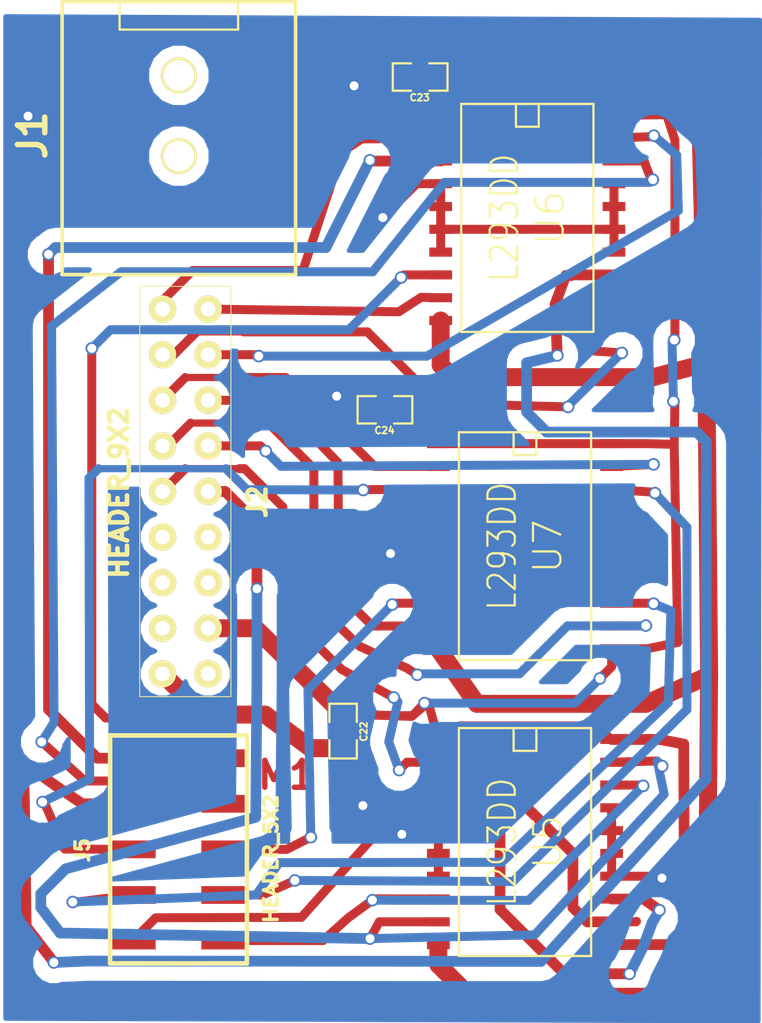
<source format=kicad_pcb>
(kicad_pcb (version 3) (host pcbnew "(2013-08-24 BZR 4298)-stable")

  (general
    (links 68)
    (no_connects 0)
    (area 135.53 54.335867 177.800001 116.370001)
    (thickness 1.6)
    (drawings 2)
    (tracks 379)
    (zones 0)
    (modules 9)
    (nets 24)
  )

  (page A)
  (layers
    (15 F.Cu signal)
    (0 B.Cu signal)
    (16 B.Adhes user)
    (17 F.Adhes user)
    (18 B.Paste user)
    (19 F.Paste user)
    (20 B.SilkS user)
    (21 F.SilkS user)
    (22 B.Mask user)
    (23 F.Mask user)
    (24 Dwgs.User user)
    (25 Cmts.User user)
    (26 Eco1.User user)
    (27 Eco2.User user)
    (28 Edge.Cuts user)
  )

  (setup
    (last_trace_width 0.5)
    (user_trace_width 0.25)
    (user_trace_width 0.25)
    (user_trace_width 0.3)
    (user_trace_width 0.4)
    (user_trace_width 0.5)
    (user_trace_width 0.6)
    (user_trace_width 0.7)
    (user_trace_width 0.8)
    (user_trace_width 0.9)
    (user_trace_width 1)
    (user_trace_width 1.1)
    (user_trace_width 1.2)
    (trace_clearance 0.2)
    (zone_clearance 0.8)
    (zone_45_only no)
    (trace_min 0.2)
    (segment_width 0.2)
    (edge_width 0.1)
    (via_size 0.7)
    (via_drill 0.5)
    (via_min_size 0.7)
    (via_min_drill 0.5)
    (uvia_size 0.5)
    (uvia_drill 0.127)
    (uvias_allowed no)
    (uvia_min_size 0.5)
    (uvia_min_drill 0.127)
    (pcb_text_width 0.3)
    (pcb_text_size 1.5 1.5)
    (mod_edge_width 0.15)
    (mod_text_size 1 1)
    (mod_text_width 0.15)
    (pad_size 1.99898 1.99898)
    (pad_drill 0)
    (pad_to_mask_clearance 0)
    (aux_axis_origin 0 0)
    (visible_elements 7FFFFFFF)
    (pcbplotparams
      (layerselection 3178497)
      (usegerberextensions false)
      (excludeedgelayer true)
      (linewidth 0.150000)
      (plotframeref false)
      (viasonmask false)
      (mode 1)
      (useauxorigin false)
      (hpglpennumber 1)
      (hpglpenspeed 20)
      (hpglpendiameter 15)
      (hpglpenoverlay 2)
      (psnegative false)
      (psa4output false)
      (plotreference true)
      (plotvalue true)
      (plotothertext true)
      (plotinvisibletext false)
      (padsonsilk false)
      (subtractmaskfromsilk false)
      (outputformat 2)
      (mirror false)
      (drillshape 0)
      (scaleselection 1)
      (outputdirectory ""))
  )

  (net 0 "")
  (net 1 +5v_Vbus)
  (net 2 GND)
  (net 3 ICSPCLK_M1-)
  (net 4 ICSPDAT_M1+)
  (net 5 M2+)
  (net 6 M2-)
  (net 7 M3+)
  (net 8 M3-)
  (net 9 M4+)
  (net 10 M4-)
  (net 11 M5+)
  (net 12 M5-)
  (net 13 Motor1+)
  (net 14 Motor1-)
  (net 15 Motor2+)
  (net 16 Motor2-)
  (net 17 Motor3+)
  (net 18 Motor3-)
  (net 19 Motor4+)
  (net 20 Motor4-)
  (net 21 Motor5+)
  (net 22 Motor5-)
  (net 23 Vin)

  (net_class Default "This is the default net class."
    (clearance 0.2)
    (trace_width 0.2)
    (via_dia 0.7)
    (via_drill 0.5)
    (uvia_dia 0.5)
    (uvia_drill 0.127)
    (add_net "")
    (add_net +5v_Vbus)
    (add_net GND)
    (add_net ICSPCLK_M1-)
    (add_net ICSPDAT_M1+)
    (add_net M2+)
    (add_net M2-)
    (add_net M3+)
    (add_net M3-)
    (add_net M4+)
    (add_net M4-)
    (add_net M5+)
    (add_net M5-)
    (add_net Motor1+)
    (add_net Motor1-)
    (add_net Motor2+)
    (add_net Motor2-)
    (add_net Motor3+)
    (add_net Motor3-)
    (add_net Motor4+)
    (add_net Motor4-)
    (add_net Motor5+)
    (add_net Motor5-)
    (add_net Vin)
  )

  (module SO20 (layer F.Cu) (tedit 5243B514) (tstamp 525049A2)
    (at 164.59 89.79 270)
    (descr "Cms SOJ 20 pins large")
    (tags "CMS SOJ")
    (path /524270C9)
    (attr smd)
    (fp_text reference U7 (at 0 -1.27 270) (layer F.SilkS)
      (effects (font (thickness 0.127)))
    )
    (fp_text value L293DD (at 0 1.27 270) (layer F.SilkS)
      (effects (font (size 1.524 1.27) (thickness 0.127)))
    )
    (fp_line (start 6.35 3.683) (end 6.35 -3.683) (layer F.SilkS) (width 0.127))
    (fp_line (start -6.35 -3.683) (end -6.35 3.683) (layer F.SilkS) (width 0.127))
    (fp_line (start 6.35 3.683) (end -6.35 3.683) (layer F.SilkS) (width 0.127))
    (fp_line (start -6.35 -3.683) (end 6.35 -3.683) (layer F.SilkS) (width 0.127))
    (fp_line (start -6.35 -0.635) (end -5.08 -0.635) (layer F.SilkS) (width 0.127))
    (fp_line (start -5.08 -0.635) (end -5.08 0.635) (layer F.SilkS) (width 0.127))
    (fp_line (start -5.08 0.635) (end -6.35 0.635) (layer F.SilkS) (width 0.127))
    (pad 11 smd rect (at 5.715 -4.826 270) (size 0.508 1.27)
      (layers F.Cu F.Paste F.Mask)
      (net 1 +5v_Vbus)
    )
    (pad 12 smd rect (at 4.445 -4.826 270) (size 0.508 1.27)
      (layers F.Cu F.Paste F.Mask)
      (net 9 M4+)
    )
    (pad 13 smd rect (at 3.175 -4.826 270) (size 0.508 1.27)
      (layers F.Cu F.Paste F.Mask)
      (net 19 Motor4+)
    )
    (pad 14 smd rect (at 1.905 -4.826 270) (size 0.508 1.27)
      (layers F.Cu F.Paste F.Mask)
      (net 2 GND)
    )
    (pad 15 smd rect (at 0.635 -4.826 270) (size 0.508 1.27)
      (layers F.Cu F.Paste F.Mask)
      (net 2 GND)
    )
    (pad 16 smd rect (at -0.635 -4.826 270) (size 0.508 1.27)
      (layers F.Cu F.Paste F.Mask)
      (net 2 GND)
    )
    (pad 17 smd rect (at -1.905 -4.826 270) (size 0.508 1.27)
      (layers F.Cu F.Paste F.Mask)
      (net 2 GND)
    )
    (pad 18 smd rect (at -3.175 -4.826 270) (size 0.508 1.27)
      (layers F.Cu F.Paste F.Mask)
      (net 20 Motor4-)
    )
    (pad 19 smd rect (at -4.445 -4.826 270) (size 0.508 1.27)
      (layers F.Cu F.Paste F.Mask)
      (net 10 M4-)
    )
    (pad 20 smd rect (at -5.715 -4.826 270) (size 0.508 1.27)
      (layers F.Cu F.Paste F.Mask)
      (net 1 +5v_Vbus)
    )
    (pad 1 smd rect (at -5.715 4.826 270) (size 0.508 1.27)
      (layers F.Cu F.Paste F.Mask)
      (net 1 +5v_Vbus)
    )
    (pad 2 smd rect (at -4.445 4.826 270) (size 0.508 1.27)
      (layers F.Cu F.Paste F.Mask)
      (net 7 M3+)
    )
    (pad 3 smd rect (at -3.175 4.826 270) (size 0.508 1.27)
      (layers F.Cu F.Paste F.Mask)
      (net 17 Motor3+)
    )
    (pad 4 smd rect (at -1.905 4.826 270) (size 0.508 1.27)
      (layers F.Cu F.Paste F.Mask)
      (net 2 GND)
    )
    (pad 5 smd rect (at -0.635 4.826 270) (size 0.508 1.27)
      (layers F.Cu F.Paste F.Mask)
      (net 2 GND)
    )
    (pad 6 smd rect (at 0.635 4.826 270) (size 0.508 1.27)
      (layers F.Cu F.Paste F.Mask)
      (net 2 GND)
    )
    (pad 7 smd rect (at 1.905 4.826 270) (size 0.508 1.27)
      (layers F.Cu F.Paste F.Mask)
      (net 2 GND)
    )
    (pad 8 smd rect (at 3.175 4.826 270) (size 0.508 1.27)
      (layers F.Cu F.Paste F.Mask)
      (net 18 Motor3-)
    )
    (pad 9 smd rect (at 4.445 4.826 270) (size 0.508 1.27)
      (layers F.Cu F.Paste F.Mask)
      (net 8 M3-)
    )
    (pad 10 smd rect (at 5.715 4.826 270) (size 0.508 1.27)
      (layers F.Cu F.Paste F.Mask)
      (net 23 Vin)
    )
    (model smd/cms_so20.wrl
      (at (xyz 0 0 0))
      (scale (xyz 0.5 0.6 0.5))
      (rotate (xyz 0 0 0))
    )
  )

  (module SO20 (layer F.Cu) (tedit 5243B514) (tstamp 52504983)
    (at 164.72 71.5 270)
    (descr "Cms SOJ 20 pins large")
    (tags "CMS SOJ")
    (path /524270B5)
    (attr smd)
    (fp_text reference U6 (at 0 -1.27 270) (layer F.SilkS)
      (effects (font (thickness 0.127)))
    )
    (fp_text value L293DD (at 0 1.27 270) (layer F.SilkS)
      (effects (font (size 1.524 1.27) (thickness 0.127)))
    )
    (fp_line (start 6.35 3.683) (end 6.35 -3.683) (layer F.SilkS) (width 0.127))
    (fp_line (start -6.35 -3.683) (end -6.35 3.683) (layer F.SilkS) (width 0.127))
    (fp_line (start 6.35 3.683) (end -6.35 3.683) (layer F.SilkS) (width 0.127))
    (fp_line (start -6.35 -3.683) (end 6.35 -3.683) (layer F.SilkS) (width 0.127))
    (fp_line (start -6.35 -0.635) (end -5.08 -0.635) (layer F.SilkS) (width 0.127))
    (fp_line (start -5.08 -0.635) (end -5.08 0.635) (layer F.SilkS) (width 0.127))
    (fp_line (start -5.08 0.635) (end -6.35 0.635) (layer F.SilkS) (width 0.127))
    (pad 11 smd rect (at 5.715 -4.826 270) (size 0.508 1.27)
      (layers F.Cu F.Paste F.Mask)
      (net 1 +5v_Vbus)
    )
    (pad 12 smd rect (at 4.445 -4.826 270) (size 0.508 1.27)
      (layers F.Cu F.Paste F.Mask)
      (net 5 M2+)
    )
    (pad 13 smd rect (at 3.175 -4.826 270) (size 0.508 1.27)
      (layers F.Cu F.Paste F.Mask)
      (net 15 Motor2+)
    )
    (pad 14 smd rect (at 1.905 -4.826 270) (size 0.508 1.27)
      (layers F.Cu F.Paste F.Mask)
      (net 2 GND)
    )
    (pad 15 smd rect (at 0.635 -4.826 270) (size 0.508 1.27)
      (layers F.Cu F.Paste F.Mask)
      (net 2 GND)
    )
    (pad 16 smd rect (at -0.635 -4.826 270) (size 0.508 1.27)
      (layers F.Cu F.Paste F.Mask)
      (net 2 GND)
    )
    (pad 17 smd rect (at -1.905 -4.826 270) (size 0.508 1.27)
      (layers F.Cu F.Paste F.Mask)
      (net 2 GND)
    )
    (pad 18 smd rect (at -3.175 -4.826 270) (size 0.508 1.27)
      (layers F.Cu F.Paste F.Mask)
      (net 16 Motor2-)
    )
    (pad 19 smd rect (at -4.445 -4.826 270) (size 0.508 1.27)
      (layers F.Cu F.Paste F.Mask)
      (net 6 M2-)
    )
    (pad 20 smd rect (at -5.715 -4.826 270) (size 0.508 1.27)
      (layers F.Cu F.Paste F.Mask)
      (net 1 +5v_Vbus)
    )
    (pad 1 smd rect (at -5.715 4.826 270) (size 0.508 1.27)
      (layers F.Cu F.Paste F.Mask)
      (net 1 +5v_Vbus)
    )
    (pad 2 smd rect (at -4.445 4.826 270) (size 0.508 1.27)
      (layers F.Cu F.Paste F.Mask)
      (net 4 ICSPDAT_M1+)
    )
    (pad 3 smd rect (at -3.175 4.826 270) (size 0.508 1.27)
      (layers F.Cu F.Paste F.Mask)
      (net 13 Motor1+)
    )
    (pad 4 smd rect (at -1.905 4.826 270) (size 0.508 1.27)
      (layers F.Cu F.Paste F.Mask)
      (net 2 GND)
    )
    (pad 5 smd rect (at -0.635 4.826 270) (size 0.508 1.27)
      (layers F.Cu F.Paste F.Mask)
      (net 2 GND)
    )
    (pad 6 smd rect (at 0.635 4.826 270) (size 0.508 1.27)
      (layers F.Cu F.Paste F.Mask)
      (net 2 GND)
    )
    (pad 7 smd rect (at 1.905 4.826 270) (size 0.508 1.27)
      (layers F.Cu F.Paste F.Mask)
      (net 2 GND)
    )
    (pad 8 smd rect (at 3.175 4.826 270) (size 0.508 1.27)
      (layers F.Cu F.Paste F.Mask)
      (net 14 Motor1-)
    )
    (pad 9 smd rect (at 4.445 4.826 270) (size 0.508 1.27)
      (layers F.Cu F.Paste F.Mask)
      (net 3 ICSPCLK_M1-)
    )
    (pad 10 smd rect (at 5.715 4.826 270) (size 0.508 1.27)
      (layers F.Cu F.Paste F.Mask)
      (net 23 Vin)
    )
    (model smd/cms_so20.wrl
      (at (xyz 0 0 0))
      (scale (xyz 0.5 0.6 0.5))
      (rotate (xyz 0 0 0))
    )
  )

  (module SO20 (layer F.Cu) (tedit 5243B514) (tstamp 52504964)
    (at 164.59 106.27 270)
    (descr "Cms SOJ 20 pins large")
    (tags "CMS SOJ")
    (path /524270E7)
    (attr smd)
    (fp_text reference U5 (at 0 -1.27 270) (layer F.SilkS)
      (effects (font (thickness 0.127)))
    )
    (fp_text value L293DD (at 0 1.27 270) (layer F.SilkS)
      (effects (font (size 1.524 1.27) (thickness 0.127)))
    )
    (fp_line (start 6.35 3.683) (end 6.35 -3.683) (layer F.SilkS) (width 0.127))
    (fp_line (start -6.35 -3.683) (end -6.35 3.683) (layer F.SilkS) (width 0.127))
    (fp_line (start 6.35 3.683) (end -6.35 3.683) (layer F.SilkS) (width 0.127))
    (fp_line (start -6.35 -3.683) (end 6.35 -3.683) (layer F.SilkS) (width 0.127))
    (fp_line (start -6.35 -0.635) (end -5.08 -0.635) (layer F.SilkS) (width 0.127))
    (fp_line (start -5.08 -0.635) (end -5.08 0.635) (layer F.SilkS) (width 0.127))
    (fp_line (start -5.08 0.635) (end -6.35 0.635) (layer F.SilkS) (width 0.127))
    (pad 11 smd rect (at 5.715 -4.826 270) (size 0.508 1.27)
      (layers F.Cu F.Paste F.Mask)
      (net 1 +5v_Vbus)
    )
    (pad 12 smd rect (at 4.445 -4.826 270) (size 0.508 1.27)
      (layers F.Cu F.Paste F.Mask)
      (net 11 M5+)
    )
    (pad 13 smd rect (at 3.175 -4.826 270) (size 0.508 1.27)
      (layers F.Cu F.Paste F.Mask)
      (net 21 Motor5+)
    )
    (pad 14 smd rect (at 1.905 -4.826 270) (size 0.508 1.27)
      (layers F.Cu F.Paste F.Mask)
      (net 2 GND)
    )
    (pad 15 smd rect (at 0.635 -4.826 270) (size 0.508 1.27)
      (layers F.Cu F.Paste F.Mask)
      (net 2 GND)
    )
    (pad 16 smd rect (at -0.635 -4.826 270) (size 0.508 1.27)
      (layers F.Cu F.Paste F.Mask)
      (net 2 GND)
    )
    (pad 17 smd rect (at -1.905 -4.826 270) (size 0.508 1.27)
      (layers F.Cu F.Paste F.Mask)
      (net 2 GND)
    )
    (pad 18 smd rect (at -3.175 -4.826 270) (size 0.508 1.27)
      (layers F.Cu F.Paste F.Mask)
      (net 22 Motor5-)
    )
    (pad 19 smd rect (at -4.445 -4.826 270) (size 0.508 1.27)
      (layers F.Cu F.Paste F.Mask)
      (net 12 M5-)
    )
    (pad 20 smd rect (at -5.715 -4.826 270) (size 0.508 1.27)
      (layers F.Cu F.Paste F.Mask)
      (net 1 +5v_Vbus)
    )
    (pad 1 smd rect (at -5.715 4.826 270) (size 0.508 1.27)
      (layers F.Cu F.Paste F.Mask)
      (net 1 +5v_Vbus)
    )
    (pad 2 smd rect (at -4.445 4.826 270) (size 0.508 1.27)
      (layers F.Cu F.Paste F.Mask)
      (net 11 M5+)
    )
    (pad 3 smd rect (at -3.175 4.826 270) (size 0.508 1.27)
      (layers F.Cu F.Paste F.Mask)
      (net 21 Motor5+)
    )
    (pad 4 smd rect (at -1.905 4.826 270) (size 0.508 1.27)
      (layers F.Cu F.Paste F.Mask)
      (net 2 GND)
    )
    (pad 5 smd rect (at -0.635 4.826 270) (size 0.508 1.27)
      (layers F.Cu F.Paste F.Mask)
      (net 2 GND)
    )
    (pad 6 smd rect (at 0.635 4.826 270) (size 0.508 1.27)
      (layers F.Cu F.Paste F.Mask)
      (net 2 GND)
    )
    (pad 7 smd rect (at 1.905 4.826 270) (size 0.508 1.27)
      (layers F.Cu F.Paste F.Mask)
      (net 2 GND)
    )
    (pad 8 smd rect (at 3.175 4.826 270) (size 0.508 1.27)
      (layers F.Cu F.Paste F.Mask)
      (net 22 Motor5-)
    )
    (pad 9 smd rect (at 4.445 4.826 270) (size 0.508 1.27)
      (layers F.Cu F.Paste F.Mask)
      (net 12 M5-)
    )
    (pad 10 smd rect (at 5.715 4.826 270) (size 0.508 1.27)
      (layers F.Cu F.Paste F.Mask)
      (net 23 Vin)
    )
    (model smd/cms_so20.wrl
      (at (xyz 0 0 0))
      (scale (xyz 0.5 0.6 0.5))
      (rotate (xyz 0 0 0))
    )
  )

  (module TED_SM0805 (layer F.Cu) (tedit 522E5F71) (tstamp 52504909)
    (at 156.79 82.19 180)
    (path /524CF97B)
    (attr smd)
    (fp_text reference C24 (at 0.0254 -1.14808 180) (layer F.SilkS)
      (effects (font (size 0.381 0.381) (thickness 0.09398)))
    )
    (fp_text value .1uF (at 0.10668 1.19888 180) (layer F.SilkS) hide
      (effects (font (size 0.381 0.381) (thickness 0.09398)))
    )
    (fp_line (start -0.508 0.762) (end -1.524 0.762) (layer F.SilkS) (width 0.127))
    (fp_line (start -1.524 0.762) (end -1.524 -0.762) (layer F.SilkS) (width 0.127))
    (fp_line (start -1.524 -0.762) (end -0.508 -0.762) (layer F.SilkS) (width 0.127))
    (fp_line (start 0.508 -0.762) (end 1.524 -0.762) (layer F.SilkS) (width 0.127))
    (fp_line (start 1.524 -0.762) (end 1.524 0.762) (layer F.SilkS) (width 0.127))
    (fp_line (start 1.524 0.762) (end 0.508 0.762) (layer F.SilkS) (width 0.127))
    (pad 1 smd rect (at -0.9525 0 180) (size 0.889 1.397)
      (layers F.Cu F.Paste F.Mask)
      (net 1 +5v_Vbus)
    )
    (pad 2 smd rect (at 0.9525 0 180) (size 0.889 1.397)
      (layers F.Cu F.Paste F.Mask)
      (net 2 GND)
    )
    (model smd/chip_cms.wrl
      (at (xyz 0 0 0))
      (scale (xyz 0.1 0.1 0.1))
      (rotate (xyz 0 0 0))
    )
  )

  (module TED_SM0805 (layer F.Cu) (tedit 522E5F71) (tstamp 525048FD)
    (at 158.75 63.65 180)
    (path /524CF7DE)
    (attr smd)
    (fp_text reference C23 (at 0.0254 -1.14808 180) (layer F.SilkS)
      (effects (font (size 0.381 0.381) (thickness 0.09398)))
    )
    (fp_text value .1uF (at 0.10668 1.19888 180) (layer F.SilkS) hide
      (effects (font (size 0.381 0.381) (thickness 0.09398)))
    )
    (fp_line (start -0.508 0.762) (end -1.524 0.762) (layer F.SilkS) (width 0.127))
    (fp_line (start -1.524 0.762) (end -1.524 -0.762) (layer F.SilkS) (width 0.127))
    (fp_line (start -1.524 -0.762) (end -0.508 -0.762) (layer F.SilkS) (width 0.127))
    (fp_line (start 0.508 -0.762) (end 1.524 -0.762) (layer F.SilkS) (width 0.127))
    (fp_line (start 1.524 -0.762) (end 1.524 0.762) (layer F.SilkS) (width 0.127))
    (fp_line (start 1.524 0.762) (end 0.508 0.762) (layer F.SilkS) (width 0.127))
    (pad 1 smd rect (at -0.9525 0 180) (size 0.889 1.397)
      (layers F.Cu F.Paste F.Mask)
      (net 1 +5v_Vbus)
    )
    (pad 2 smd rect (at 0.9525 0 180) (size 0.889 1.397)
      (layers F.Cu F.Paste F.Mask)
      (net 2 GND)
    )
    (model smd/chip_cms.wrl
      (at (xyz 0 0 0))
      (scale (xyz 0.1 0.1 0.1))
      (rotate (xyz 0 0 0))
    )
  )

  (module TED_SM0805 (layer F.Cu) (tedit 522E5F71) (tstamp 525048F1)
    (at 154.46 100.09 270)
    (path /524CF96D)
    (attr smd)
    (fp_text reference C22 (at 0.0254 -1.14808 270) (layer F.SilkS)
      (effects (font (size 0.381 0.381) (thickness 0.09398)))
    )
    (fp_text value .1uF (at 0.10668 1.19888 270) (layer F.SilkS) hide
      (effects (font (size 0.381 0.381) (thickness 0.09398)))
    )
    (fp_line (start -0.508 0.762) (end -1.524 0.762) (layer F.SilkS) (width 0.127))
    (fp_line (start -1.524 0.762) (end -1.524 -0.762) (layer F.SilkS) (width 0.127))
    (fp_line (start -1.524 -0.762) (end -0.508 -0.762) (layer F.SilkS) (width 0.127))
    (fp_line (start 0.508 -0.762) (end 1.524 -0.762) (layer F.SilkS) (width 0.127))
    (fp_line (start 1.524 -0.762) (end 1.524 0.762) (layer F.SilkS) (width 0.127))
    (fp_line (start 1.524 0.762) (end 0.508 0.762) (layer F.SilkS) (width 0.127))
    (pad 1 smd rect (at -0.9525 0 270) (size 0.889 1.397)
      (layers F.Cu F.Paste F.Mask)
      (net 1 +5v_Vbus)
    )
    (pad 2 smd rect (at 0.9525 0 270) (size 0.889 1.397)
      (layers F.Cu F.Paste F.Mask)
      (net 2 GND)
    )
    (model smd/chip_cms.wrl
      (at (xyz 0 0 0))
      (scale (xyz 0.1 0.1 0.1))
      (rotate (xyz 0 0 0))
    )
  )

  (module TED_HEADER_5x2_SMT (layer F.Cu) (tedit 52503FCC) (tstamp 52504945)
    (at 145.29 106.68 270)
    (path /52427105)
    (fp_text reference J5 (at 0.05 5.35 270) (layer F.SilkS)
      (effects (font (size 0.762 0.762) (thickness 0.1905)))
    )
    (fp_text value HEADER_5X2 (at 0.525 -5.15 270) (layer F.SilkS)
      (effects (font (size 0.762 0.762) (thickness 0.1905)))
    )
    (fp_line (start 6.35 -3.81) (end -6.35 -3.81) (layer F.SilkS) (width 0.254))
    (fp_line (start 6.35 -3.81) (end 6.35 3.81) (layer F.SilkS) (width 0.254))
    (fp_line (start 6.35 3.81) (end -6.35 3.81) (layer F.SilkS) (width 0.254))
    (fp_line (start -6.35 3.81) (end -6.35 -3.81) (layer F.SilkS) (width 0.254))
    (pad 1 smd rect (at -5.08 2.54 270) (size 0.9906 2.54)
      (layers F.Cu F.Paste F.Mask)
      (net 13 Motor1+)
      (clearance 0.508)
    )
    (pad 2 smd rect (at -2.54 2.54 270) (size 0.9906 2.54)
      (layers F.Cu F.Paste F.Mask)
      (net 15 Motor2+)
      (clearance 0.508)
    )
    (pad 3 smd rect (at 0 2.54 270) (size 0.9906 2.54)
      (layers F.Cu F.Paste F.Mask)
      (net 17 Motor3+)
      (clearance 0.508)
    )
    (pad 4 smd rect (at 2.54 2.54 270) (size 0.9906 2.54)
      (layers F.Cu F.Paste F.Mask)
      (net 19 Motor4+)
      (clearance 0.508)
    )
    (pad 5 smd rect (at 5.08 2.54 270) (size 0.9906 2.54)
      (layers F.Cu F.Paste F.Mask)
      (net 21 Motor5+)
      (clearance 0.508)
    )
    (pad 6 smd rect (at 5.08 -2.54 270) (size 0.9906 2.54)
      (layers F.Cu F.Paste F.Mask)
      (net 22 Motor5-)
      (clearance 0.508)
    )
    (pad 7 smd rect (at 2.54 -2.54 270) (size 0.9906 2.54)
      (layers F.Cu F.Paste F.Mask)
      (net 20 Motor4-)
      (clearance 0.508)
    )
    (pad 8 smd rect (at 0 -2.54 270) (size 0.9906 2.54)
      (layers F.Cu F.Paste F.Mask)
      (net 18 Motor3-)
      (clearance 0.508)
    )
    (pad 9 smd rect (at -2.54 -2.54 270) (size 0.9906 2.54)
      (layers F.Cu F.Paste F.Mask)
      (net 16 Motor2-)
      (clearance 0.508)
    )
    (pad 10 smd rect (at -5.08 -2.54 270) (size 0.9906 2.54)
      (layers F.Cu F.Paste F.Mask)
      (net 14 Motor1-)
      (clearance 0.508)
    )
  )

  (module TED_HEADER_9x2_TOP (layer F.Cu) (tedit 52504B25) (tstamp 52504933)
    (at 145.67 86.74 270)
    (path /5250399A)
    (fp_text reference J2 (at 0.57658 -4.00812 270) (layer F.SilkS)
      (effects (font (size 1.016 1.016) (thickness 0.254)))
    )
    (fp_text value HEADER_9X2 (at 0.07366 3.70332 270) (layer F.SilkS)
      (effects (font (size 1.016 1.016) (thickness 0.254)))
    )
    (fp_line (start -11.43 -2.54) (end 11.43 -2.54) (layer F.SilkS) (width 0.0508))
    (fp_line (start 11.43 2.54) (end -11.43 2.54) (layer F.SilkS) (width 0.0508))
    (fp_line (start -11.425 2.54) (end -11.425 -2.54) (layer F.SilkS) (width 0.0508))
    (fp_line (start 11.43 -2.54) (end 11.43 2.54) (layer F.SilkS) (width 0.0508))
    (pad 13 thru_hole circle (at 2.54 -1.27 270) (size 1.524 1.524) (drill 0.8128)
      (layers F.Cu F.SilkS F.Mask)
      (clearance 0.25)
    )
    (pad 12 thru_hole circle (at 5.08 -1.27 270) (size 1.524 1.524) (drill 0.8128)
      (layers F.Cu F.SilkS F.Mask)
      (clearance 0.25)
    )
    (pad 11 thru_hole circle (at 7.62 -1.27 270) (size 1.524 1.524) (drill 0.8128)
      (layers F.Cu F.SilkS F.Mask)
      (net 1 +5v_Vbus)
      (clearance 0.25)
    )
    (pad 10 thru_hole circle (at 10.16 -1.27 270) (size 1.524 1.524) (drill 0.8128)
      (layers F.Cu F.SilkS F.Mask)
      (clearance 0.25)
    )
    (pad 9 thru_hole circle (at 10.16 1.27 270) (size 1.524 1.524) (drill 0.8128)
      (layers F.Cu F.SilkS F.Mask)
      (net 2 GND)
      (clearance 0.25)
    )
    (pad 8 thru_hole circle (at 7.62 1.27 270) (size 1.524 1.524) (drill 0.8128)
      (layers F.Cu F.SilkS F.Mask)
      (clearance 0.25)
    )
    (pad 7 thru_hole circle (at 5.08 1.27 270) (size 1.524 1.524) (drill 0.8128)
      (layers F.Cu F.SilkS F.Mask)
      (clearance 0.25)
    )
    (pad 6 thru_hole circle (at 2.54 1.27 270) (size 1.524 1.524) (drill 0.8128)
      (layers F.Cu F.SilkS F.Mask)
      (clearance 0.25)
    )
    (pad 1 thru_hole circle (at -10.16 1.27 270) (size 1.524 1.524) (drill 0.8128)
      (layers F.Cu F.SilkS F.Mask)
      (net 4 ICSPDAT_M1+)
      (clearance 0.25)
    )
    (pad 2 thru_hole circle (at -7.62 1.27 270) (size 1.524 1.524) (drill 0.8128)
      (layers F.Cu F.SilkS F.Mask)
      (net 5 M2+)
      (clearance 0.25)
    )
    (pad 3 thru_hole circle (at -5.08 1.27 270) (size 1.524 1.524) (drill 0.8128)
      (layers F.Cu F.SilkS F.Mask)
      (net 7 M3+)
      (clearance 0.25)
    )
    (pad 4 thru_hole circle (at -2.54 1.27 270) (size 1.524 1.524) (drill 0.8128)
      (layers F.Cu F.SilkS F.Mask)
      (net 9 M4+)
      (clearance 0.25)
    )
    (pad 5 thru_hole circle (at 0 1.27 270) (size 1.524 1.524) (drill 0.8128)
      (layers F.Cu F.SilkS F.Mask)
      (net 11 M5+)
      (clearance 0.25)
    )
    (pad 14 thru_hole circle (at 0 -1.27 270) (size 1.524 1.524) (drill 0.8128)
      (layers F.Cu F.SilkS F.Mask)
      (net 12 M5-)
      (clearance 0.25)
    )
    (pad 15 thru_hole circle (at -2.54 -1.27 270) (size 1.524 1.524) (drill 0.8128)
      (layers F.Cu F.SilkS F.Mask)
      (net 10 M4-)
      (clearance 0.25)
    )
    (pad 16 thru_hole circle (at -5.08 -1.27 270) (size 1.524 1.524) (drill 0.8128)
      (layers F.Cu F.SilkS F.Mask)
      (net 8 M3-)
      (clearance 0.25)
    )
    (pad 17 thru_hole circle (at -7.62 -1.27 270) (size 1.524 1.524) (drill 0.8128)
      (layers F.Cu F.SilkS F.Mask)
      (net 6 M2-)
      (clearance 0.25)
    )
    (pad 18 thru_hole circle (at -10.16 -1.27 270) (size 1.524 1.524) (drill 0.8128)
      (layers F.Cu F.SilkS F.Mask)
      (net 3 ICSPCLK_M1-)
      (clearance 0.25)
    )
  )

  (module TED_DC_2.1mm_SMT (layer F.Cu) (tedit 526E8100) (tstamp 52648F41)
    (at 145.31 67.06 90)
    (path /52503907)
    (fp_text reference J1 (at 0.15748 -8.15848 90) (layer F.SilkS)
      (effects (font (thickness 0.3048)))
    )
    (fp_text value "Motor DC_2.1MM" (at 0.1016 8.49884 90) (layer F.SilkS) hide
      (effects (font (thickness 0.3048)))
    )
    (fp_line (start 7.6 -3.3) (end 6.05 -3.3) (layer F.SilkS) (width 0.127))
    (fp_line (start 6.05 -3.3) (end 6.05 3.3) (layer F.SilkS) (width 0.127))
    (fp_line (start 6.05 3.3) (end 7.575 3.3) (layer F.SilkS) (width 0.127))
    (fp_line (start -7.59968 -6.5024) (end 7.59968 -6.5024) (layer F.SilkS) (width 0.20066))
    (fp_line (start 7.59968 -6.5024) (end 7.59968 6.5024) (layer F.SilkS) (width 0.20066))
    (fp_line (start 7.59968 6.5024) (end -7.59968 6.5024) (layer F.SilkS) (width 0.20066))
    (fp_line (start -7.59968 6.5024) (end -7.59968 -6.5024) (layer F.SilkS) (width 0.20066))
    (pad 4 thru_hole circle (at -1.00076 0 90) (size 1.99898 1.99898) (drill 1.69926)
      (layers *.Mask F.Cu F.SilkS)
    )
    (pad 1 smd rect (at 3.50012 5.4102 90) (size 1.99898 1.99898)
      (layers F.Cu F.Paste F.Mask)
      (net 23 Vin)
    )
    (pad 1 smd rect (at -2.60096 5.4102 90) (size 1.99898 1.99898)
      (layers F.Cu F.Paste F.Mask)
      (net 23 Vin)
    )
    (pad 2 smd rect (at 3.50012 -5.41528 90) (size 1.99898 1.99898)
      (layers F.Cu F.Paste F.Mask)
      (net 2 GND)
    )
    (pad 3 smd rect (at -2.60096 -5.41528 90) (size 1.99898 1.99898)
      (layers F.Cu F.Paste F.Mask)
    )
    (pad 4 thru_hole circle (at 3.50012 0 90) (size 1.99898 1.99898) (drill 1.69926)
      (layers *.Mask F.Cu F.SilkS)
    )
  )

  (gr_text 5-36v (at 137.24 61.3) (layer F.Cu)
    (effects (font (size 0.7 0.7) (thickness 0.175)))
  )
  (gr_text M1 (at 151.31 102.54) (layer F.Cu)
    (effects (font (size 1.5 1.5) (thickness 0.3)))
  )

  (segment (start 168.5 99.8) (end 160.98 99.8) (width 0.5) (layer F.Cu) (net 1) (tstamp 52505BC6))
  (segment (start 160.98 99.8) (end 159.764 100.555) (width 0.5) (layer F.Cu) (net 1) (tstamp 52505BC3))
  (segment (start 169.416 95.505) (end 169.416 96.504) (width 0.5) (layer F.Cu) (net 1))
  (segment (start 158.33 99.23) (end 157.35 99.23) (width 0.5) (layer F.Cu) (net 1) (tstamp 525059C6) (status 20))
  (segment (start 157.35 99.23) (end 154.46 99.1375) (width 0.5) (layer F.Cu) (net 1) (tstamp 52505BEE) (status 20))
  (segment (start 158.99 98.53) (end 158.33 99.23) (width 0.5) (layer F.Cu) (net 1) (tstamp 525059C5))
  (via (at 158.99 98.53) (size 0.7) (layers F.Cu B.Cu) (net 1))
  (segment (start 167.39 98.53) (end 158.99 98.53) (width 0.5) (layer B.Cu) (net 1) (tstamp 525059C3))
  (segment (start 168.76 97.16) (end 167.39 98.53) (width 0.5) (layer B.Cu) (net 1) (tstamp 525059C2))
  (via (at 168.76 97.16) (size 0.7) (layers F.Cu B.Cu) (net 1))
  (segment (start 169.416 96.504) (end 168.76 97.16) (width 0.5) (layer F.Cu) (net 1) (tstamp 525059C0))
  (segment (start 172.94 76.12) (end 172.94 78.26) (width 0.5) (layer F.Cu) (net 1))
  (segment (start 172.94 81.8) (end 172.901132 84.114137) (width 0.5) (layer F.Cu) (net 1) (tstamp 525059B0))
  (segment (start 172.86 81.72) (end 172.94 81.8) (width 0.5) (layer F.Cu) (net 1) (tstamp 525059AF))
  (via (at 172.86 81.72) (size 0.7) (layers F.Cu B.Cu) (net 1))
  (segment (start 172.78 78.42) (end 172.86 81.72) (width 0.5) (layer B.Cu) (net 1) (tstamp 525059AD))
  (segment (start 172.9 78.3) (end 172.78 78.42) (width 0.5) (layer B.Cu) (net 1) (tstamp 525059AC))
  (via (at 172.9 78.3) (size 0.7) (layers F.Cu B.Cu) (net 1))
  (segment (start 172.94 78.26) (end 172.9 78.3) (width 0.5) (layer F.Cu) (net 1) (tstamp 525059AA))
  (segment (start 159.894 65.785) (end 169.546 65.785) (width 0.5) (layer F.Cu) (net 1))
  (segment (start 159.7025 63.65) (end 159.74 63.73) (width 0.5) (layer F.Cu) (net 1) (status 10))
  (segment (start 159.74 63.73) (end 159.8665 65.7575) (width 0.5) (layer F.Cu) (net 1) (tstamp 52505352) (status 10))
  (segment (start 159.8665 65.7575) (end 159.894 65.785) (width 0.5) (layer F.Cu) (net 1) (tstamp 525052B9))
  (segment (start 169.546 65.785) (end 172.48 65.75) (width 0.5) (layer F.Cu) (net 1))
  (segment (start 172.48 65.75) (end 172.94 67.17) (width 0.5) (layer F.Cu) (net 1) (tstamp 525052A2))
  (segment (start 172.94 67.17) (end 172.94 76.12) (width 0.5) (layer F.Cu) (net 1) (tstamp 525052A3))
  (segment (start 172.94 76.12) (end 171.845 77.215) (width 0.5) (layer F.Cu) (net 1) (tstamp 525052A4))
  (segment (start 171.845 77.215) (end 169.546 77.215) (width 0.5) (layer F.Cu) (net 1) (tstamp 525052A5))
  (segment (start 169.416 84.075) (end 171.315 84.075) (width 0.5) (layer F.Cu) (net 1))
  (segment (start 171.315 84.075) (end 172.901132 84.114137) (width 0.5) (layer F.Cu) (net 1) (tstamp 5250529D))
  (segment (start 171.385 95.505) (end 169.416 95.505) (width 0.5) (layer F.Cu) (net 1) (tstamp 525052A0))
  (segment (start 172.901132 84.114137) (end 173.1 95.15) (width 0.5) (layer F.Cu) (net 1) (tstamp 5250529E))
  (segment (start 173.1 95.15) (end 171.385 95.505) (width 0.5) (layer F.Cu) (net 1) (tstamp 5250529F))
  (segment (start 159.764 84.075) (end 158.06 82.57) (width 0.5) (layer F.Cu) (net 1) (status 20))
  (segment (start 158.06 82.57) (end 157.71 82.17) (width 0.5) (layer F.Cu) (net 1) (tstamp 525052E2) (status 30))
  (segment (start 157.71 82.17) (end 157.7975 82.0825) (width 0.5) (layer F.Cu) (net 1) (tstamp 52505282) (status 30))
  (segment (start 159.764 84.075) (end 169.416 84.075) (width 0.5) (layer F.Cu) (net 1))
  (segment (start 169.416 100.555) (end 172.085 100.555) (width 0.6) (layer F.Cu) (net 1))
  (segment (start 172.085 100.555) (end 173.43 100.81) (width 0.6) (layer F.Cu) (net 1) (tstamp 52505190))
  (segment (start 173.43 100.81) (end 173.48 111.61) (width 0.6) (layer F.Cu) (net 1) (tstamp 52505191))
  (segment (start 173.48 111.61) (end 172.495 111.985) (width 0.6) (layer F.Cu) (net 1) (tstamp 52505192))
  (segment (start 172.495 111.985) (end 169.416 111.985) (width 0.6) (layer F.Cu) (net 1) (tstamp 52505193))
  (segment (start 169.416 100.555) (end 168.5 99.8) (width 0.5) (layer F.Cu) (net 1))
  (segment (start 159.764 100.555) (end 159.2 98.5) (width 0.5) (layer F.Cu) (net 1))
  (segment (start 159.2 98.5) (end 158.27 99.27) (width 0.5) (layer F.Cu) (net 1) (tstamp 52505127) (status 20))
  (segment (start 158.27 99.27) (end 154.46 99.1375) (width 0.5) (layer F.Cu) (net 1) (tstamp 52505C01) (status 20))
  (segment (start 146.94 94.36) (end 149.5725 94.36) (width 1) (layer F.Cu) (net 1))
  (segment (start 149.5725 94.36) (end 154.46 99.1375) (width 1) (layer F.Cu) (net 1) (tstamp 52505125) (status 20))
  (segment (start 140.1598 63.83904) (end 138.90096 63.83904) (width 1) (layer F.Cu) (net 2))
  (segment (start 136.91 65.83) (end 136.85 65.83) (width 1) (layer B.Cu) (net 2) (tstamp 52648FAE))
  (via (at 136.91 65.83) (size 0.7) (layers F.Cu B.Cu) (net 2))
  (segment (start 138.90096 63.83904) (end 136.91 65.83) (width 1) (layer F.Cu) (net 2) (tstamp 52648FA7))
  (segment (start 169.416 108.175) (end 172.115 108.175) (width 0.5) (layer F.Cu) (net 2))
  (via (at 172.22 108.28) (size 0.7) (layers F.Cu B.Cu) (net 2))
  (segment (start 172.115 108.175) (end 172.22 108.28) (width 0.5) (layer F.Cu) (net 2) (tstamp 52505C27))
  (segment (start 159.764 105.635) (end 158.275 105.635) (width 0.5) (layer F.Cu) (net 2))
  (segment (start 155.65 104.24) (end 155.56 104.24) (width 0.5) (layer B.Cu) (net 2) (tstamp 52505AB7))
  (segment (start 157.73 105.84) (end 155.65 104.24) (width 0.5) (layer B.Cu) (net 2) (tstamp 52505AB6))
  (via (at 157.73 105.84) (size 0.7) (layers F.Cu B.Cu) (net 2))
  (segment (start 158.275 105.635) (end 157.73 105.84) (width 0.5) (layer F.Cu) (net 2) (tstamp 52505AB4))
  (segment (start 154.46 101.0425) (end 155.8 104) (width 1) (layer F.Cu) (net 2) (status 10))
  (segment (start 155.8 104) (end 155.56 104.24) (width 1) (layer F.Cu) (net 2) (tstamp 52505AAE))
  (via (at 155.56 104.24) (size 0.7) (layers F.Cu B.Cu) (net 2))
  (segment (start 155.56 104.24) (end 155.52 104.2) (width 1) (layer B.Cu) (net 2) (tstamp 52505AB0))
  (segment (start 144.4 96.9) (end 144.41 96.9) (width 1) (layer F.Cu) (net 2))
  (segment (start 144.41 96.9) (end 146.68 99.17) (width 1) (layer F.Cu) (net 2) (tstamp 52505AA0))
  (segment (start 146.68 99.17) (end 150.11 99.17) (width 1) (layer F.Cu) (net 2) (tstamp 52505AA1))
  (segment (start 150.11 99.17) (end 152.65 101.04) (width 1) (layer F.Cu) (net 2) (tstamp 52505AA3))
  (segment (start 152.65 101.04) (end 154.46 101.0425) (width 1) (layer F.Cu) (net 2) (tstamp 52505AA5) (status 20))
  (segment (start 159.764 89.155) (end 158.145 89.155) (width 0.5) (layer F.Cu) (net 2))
  (segment (start 157.1 90.2) (end 157.05 90.2) (width 0.5) (layer B.Cu) (net 2) (tstamp 52505A93))
  (via (at 157.1 90.2) (size 0.7) (layers F.Cu B.Cu) (net 2))
  (segment (start 158.145 89.155) (end 157.1 90.2) (width 0.5) (layer F.Cu) (net 2) (tstamp 52505A91))
  (segment (start 155.8375 82.19) (end 155.4 82.19) (width 0.5) (layer F.Cu) (net 2) (status 30))
  (via (at 154.1 81.43) (size 0.7) (layers F.Cu B.Cu) (net 2))
  (segment (start 155.4 82.19) (end 154.1 81.43) (width 0.5) (layer F.Cu) (net 2) (tstamp 52505A8D) (status 10))
  (segment (start 159.894 69.595) (end 158.555 69.595) (width 0.5) (layer F.Cu) (net 2))
  (via (at 156.67 71.48) (size 0.7) (layers F.Cu B.Cu) (net 2))
  (segment (start 158.555 69.595) (end 156.67 71.48) (width 0.5) (layer F.Cu) (net 2) (tstamp 52505A88))
  (segment (start 157.7975 63.65) (end 155.85 63.65) (width 1) (layer F.Cu) (net 2))
  (segment (start 155.153583 64.056417) (end 155.153583 64.036417) (width 1) (layer B.Cu) (net 2) (tstamp 52505A63))
  (segment (start 155.07 64.14) (end 155.153583 64.056417) (width 1) (layer B.Cu) (net 2) (tstamp 52505A62))
  (via (at 155.07 64.14) (size 0.7) (layers F.Cu B.Cu) (net 2))
  (segment (start 155.85 63.65) (end 155.07 64.14) (width 1) (layer F.Cu) (net 2) (tstamp 52505A60))
  (segment (start 169.416 89.155) (end 159.764 89.155) (width 0.5) (layer F.Cu) (net 2))
  (segment (start 169.546 72.135) (end 159.894 72.135) (width 0.5) (layer F.Cu) (net 2))
  (segment (start 154.903583 64.216417) (end 157.7975 63.65) (width 1) (layer F.Cu) (net 2) (tstamp 52505154) (status 20))
  (segment (start 169.416 105.635) (end 169.416 104.365) (width 0.5) (layer F.Cu) (net 2))
  (segment (start 169.416 106.905) (end 169.416 105.635) (width 0.5) (layer F.Cu) (net 2))
  (segment (start 169.416 108.175) (end 169.416 106.905) (width 0.5) (layer F.Cu) (net 2))
  (segment (start 159.764 106.905) (end 159.764 108.175) (width 0.5) (layer F.Cu) (net 2))
  (segment (start 159.764 105.635) (end 159.764 106.905) (width 0.5) (layer F.Cu) (net 2))
  (segment (start 159.764 104.365) (end 159.764 105.635) (width 0.5) (layer F.Cu) (net 2))
  (segment (start 169.416 90.425) (end 169.416 91.695) (width 0.5) (layer F.Cu) (net 2))
  (segment (start 169.416 89.155) (end 169.416 90.425) (width 0.5) (layer F.Cu) (net 2))
  (segment (start 169.416 87.885) (end 169.416 89.155) (width 0.5) (layer F.Cu) (net 2))
  (segment (start 159.764 90.425) (end 159.764 91.695) (width 0.5) (layer F.Cu) (net 2))
  (segment (start 159.764 89.155) (end 159.764 90.425) (width 0.5) (layer F.Cu) (net 2))
  (segment (start 159.764 87.885) (end 159.764 89.155) (width 0.5) (layer F.Cu) (net 2))
  (segment (start 169.546 72.135) (end 169.546 73.405) (width 0.5) (layer F.Cu) (net 2))
  (segment (start 169.546 70.865) (end 169.546 72.135) (width 0.5) (layer F.Cu) (net 2))
  (segment (start 169.546 69.595) (end 169.546 70.865) (width 0.5) (layer F.Cu) (net 2))
  (segment (start 159.894 72.135) (end 159.894 73.405) (width 0.5) (layer F.Cu) (net 2))
  (segment (start 159.894 70.865) (end 159.894 72.135) (width 0.5) (layer F.Cu) (net 2))
  (segment (start 159.894 69.595) (end 159.894 70.865) (width 0.5) (layer F.Cu) (net 2))
  (segment (start 146.94 76.58) (end 157.56 76.73) (width 0.5) (layer F.Cu) (net 3))
  (segment (start 158.803366 75.926072) (end 159.894 75.945) (width 0.5) (layer F.Cu) (net 3) (tstamp 52505185))
  (segment (start 157.56 76.73) (end 158.803366 75.926072) (width 0.5) (layer F.Cu) (net 3) (tstamp 52505184))
  (segment (start 144.4 76.58) (end 144.4 76.11) (width 0.5) (layer F.Cu) (net 4))
  (segment (start 155.49 67.1) (end 159.894 67.055) (width 0.5) (layer F.Cu) (net 4) (tstamp 525052C3))
  (segment (start 154.33 67.87) (end 155.49 67.1) (width 0.5) (layer F.Cu) (net 4) (tstamp 525052C2))
  (segment (start 153.96 69.09) (end 154.33 67.87) (width 0.5) (layer F.Cu) (net 4) (tstamp 525052C1))
  (segment (start 152.22 74.43) (end 153.96 69.09) (width 0.5) (layer F.Cu) (net 4) (tstamp 525052BF))
  (segment (start 146.08 74.43) (end 152.22 74.43) (width 0.5) (layer F.Cu) (net 4) (tstamp 525052BE))
  (segment (start 144.4 76.11) (end 146.08 74.43) (width 0.5) (layer F.Cu) (net 4) (tstamp 525052BD))
  (segment (start 169.546 75.945) (end 171.395 75.945) (width 0.5) (layer F.Cu) (net 5) (status 400000))
  (segment (start 171.395 75.945) (end 171.4 75.95) (width 0.5) (layer F.Cu) (net 5) (tstamp 526F41E9))
  (segment (start 144.4 79.12) (end 145.03 79.12) (width 0.5) (layer F.Cu) (net 5))
  (segment (start 155.816464 77.85) (end 158.582988 80.616524) (width 0.5) (layer F.Cu) (net 5) (tstamp 525059DF))
  (segment (start 146.3 77.85) (end 148.92 77.85) (width 0.4) (layer F.Cu) (net 5) (tstamp 525059DE))
  (segment (start 148.92 77.85) (end 149.3 77.85) (width 0.5) (layer F.Cu) (net 5) (tstamp 526DA737))
  (segment (start 149.3 77.85) (end 155.816464 77.85) (width 0.5) (layer F.Cu) (net 5) (tstamp 526DA276))
  (segment (start 145.03 79.12) (end 146.3 77.85) (width 0.5) (layer F.Cu) (net 5) (tstamp 525059DD))
  (segment (start 167.805 75.945) (end 167.77 78.87) (width 0.5) (layer F.Cu) (net 5) (tstamp 52505397))
  (segment (start 167.77 78.87) (end 169.98 79.02) (width 0.5) (layer F.Cu) (net 5) (tstamp 526DCDCC))
  (segment (start 169.546 75.945) (end 167.805 75.945) (width 0.5) (layer F.Cu) (net 5))
  (segment (start 166.99 82.03) (end 160.74 81.857632) (width 0.5) (layer F.Cu) (net 5) (tstamp 5250539C))
  (segment (start 160.74 81.857632) (end 158.582988 80.616524) (width 0.5) (layer F.Cu) (net 5) (tstamp 526DCD21))
  (via (at 166.99 82.03) (size 0.7) (layers F.Cu B.Cu) (net 5))
  (segment (start 166.99 81.97) (end 166.99 82.03) (width 0.5) (layer B.Cu) (net 5) (tstamp 5250539A))
  (segment (start 169.98 79.02) (end 166.99 81.97) (width 0.5) (layer B.Cu) (net 5) (tstamp 52505399))
  (via (at 169.98 79.02) (size 0.7) (layers F.Cu B.Cu) (net 5))
  (segment (start 169.546 67.055) (end 171.725 66.965) (width 0.5) (layer F.Cu) (net 6))
  (segment (start 149.68 79.12) (end 146.94 79.12) (width 0.5) (layer F.Cu) (net 6) (tstamp 5250538B))
  (segment (start 149.76 79.2) (end 149.68 79.12) (width 0.5) (layer F.Cu) (net 6) (tstamp 5250538A))
  (via (at 149.76 79.2) (size 0.7) (layers F.Cu B.Cu) (net 6))
  (segment (start 159.13 79.2) (end 149.76 79.2) (width 0.5) (layer B.Cu) (net 6) (tstamp 52505387))
  (segment (start 171.77 66.92) (end 173.041084 68.001724) (width 0.5) (layer B.Cu) (net 6) (tstamp 52505386))
  (segment (start 173.041084 68.001724) (end 173.13 71.09) (width 0.5) (layer B.Cu) (net 6) (tstamp 52505A39))
  (segment (start 173.13 71.09) (end 159.13 79.2) (width 0.5) (layer B.Cu) (net 6) (tstamp 52505A2A))
  (via (at 171.77 66.92) (size 0.7) (layers F.Cu B.Cu) (net 6))
  (segment (start 171.725 66.965) (end 171.77 66.92) (width 0.5) (layer F.Cu) (net 6) (tstamp 52505384))
  (segment (start 159.764 85.345) (end 156.215 85.345) (width 0.5) (layer F.Cu) (net 7))
  (segment (start 145.67 80.39) (end 144.4 81.66) (width 0.5) (layer F.Cu) (net 7) (tstamp 525059FC))
  (segment (start 151.26 80.39) (end 148.62 80.39) (width 0.5) (layer F.Cu) (net 7) (tstamp 525059FA))
  (segment (start 148.62 80.39) (end 145.67 80.39) (width 0.4) (layer F.Cu) (net 7) (tstamp 526DA74B))
  (segment (start 156.215 85.345) (end 151.26 80.39) (width 0.5) (layer F.Cu) (net 7) (tstamp 525059F8))
  (segment (start 159.764 94.235) (end 156.095 94.235) (width 0.5) (layer F.Cu) (net 8))
  (segment (start 150.83 81.66) (end 146.94 81.66) (width 0.5) (layer F.Cu) (net 8) (tstamp 525059CE))
  (segment (start 154.17 85.13) (end 150.83 81.66) (width 0.5) (layer F.Cu) (net 8) (tstamp 525059CC))
  (segment (start 154.23 92.39) (end 154.17 85.13) (width 0.5) (layer F.Cu) (net 8) (tstamp 525059CA))
  (segment (start 156.095 94.235) (end 154.23 92.39) (width 0.5) (layer F.Cu) (net 8) (tstamp 525059C8))
  (segment (start 144.4 84.2) (end 144.7 84.2) (width 0.5) (layer F.Cu) (net 9))
  (segment (start 152.83 85.47) (end 152.83 88.68) (width 0.5) (layer F.Cu) (net 9) (tstamp 52505B16))
  (segment (start 150.29 82.93) (end 152.83 85.47) (width 0.5) (layer F.Cu) (net 9) (tstamp 52505B15))
  (segment (start 145.97 82.93) (end 148.99 82.93) (width 0.4) (layer F.Cu) (net 9) (tstamp 52505B14))
  (segment (start 148.99 82.93) (end 150.29 82.93) (width 0.5) (layer F.Cu) (net 9) (tstamp 526DA752))
  (segment (start 144.7 84.2) (end 145.97 82.93) (width 0.5) (layer F.Cu) (net 9) (tstamp 52505B13))
  (segment (start 170.691013 94.227935) (end 171.302065 94.227935) (width 0.5) (layer B.Cu) (net 9))
  (segment (start 152.83 88.68) (end 152.83 92.88) (width 0.5) (layer F.Cu) (net 9) (tstamp 52505AD9))
  (segment (start 152.83 92.88) (end 155.37 95.36) (width 0.5) (layer F.Cu) (net 9) (tstamp 52505ADB))
  (segment (start 155.37 95.36) (end 158 96.58) (width 0.5) (layer F.Cu) (net 9) (tstamp 526DCE23))
  (segment (start 158 96.58) (end 158.59 96.95) (width 0.5) (layer F.Cu) (net 9) (tstamp 52505ADD))
  (via (at 158.59 96.95) (size 0.7) (layers F.Cu B.Cu) (net 9))
  (segment (start 158.59 96.95) (end 158.64 96.9) (width 0.5) (layer B.Cu) (net 9) (tstamp 52505ADF))
  (segment (start 158.64 96.9) (end 164.28 96.9) (width 0.5) (layer B.Cu) (net 9) (tstamp 52505AE0))
  (segment (start 164.28 96.9) (end 166.952065 94.227935) (width 0.5) (layer B.Cu) (net 9) (tstamp 52505AE1))
  (segment (start 166.952065 94.227935) (end 170.691013 94.227935) (width 0.5) (layer B.Cu) (net 9) (tstamp 52505AE3))
  (segment (start 171.295 94.235) (end 169.416 94.235) (width 0.5) (layer F.Cu) (net 9) (tstamp 52505B0D))
  (segment (start 171.32 94.21) (end 171.295 94.235) (width 0.5) (layer F.Cu) (net 9) (tstamp 52505B0C))
  (via (at 171.32 94.21) (size 0.7) (layers F.Cu B.Cu) (net 9))
  (segment (start 171.302065 94.227935) (end 171.32 94.21) (width 0.5) (layer B.Cu) (net 9) (tstamp 52505B0A))
  (segment (start 146.94 84.2) (end 149.86 84.2) (width 0.5) (layer F.Cu) (net 10))
  (segment (start 171.745 85.235) (end 169.416 85.345) (width 0.5) (layer F.Cu) (net 10) (tstamp 52505AC1))
  (segment (start 171.75 85.23) (end 171.745 85.235) (width 0.5) (layer F.Cu) (net 10) (tstamp 52505AC0))
  (via (at 171.75 85.23) (size 0.7) (layers F.Cu B.Cu) (net 10))
  (segment (start 151 85.34) (end 171.75 85.23) (width 0.5) (layer B.Cu) (net 10) (tstamp 52505ABD))
  (segment (start 150.15 84.49) (end 151 85.34) (width 0.5) (layer B.Cu) (net 10) (tstamp 52505ABC))
  (via (at 150.15 84.49) (size 0.7) (layers F.Cu B.Cu) (net 10))
  (segment (start 149.86 84.2) (end 150.15 84.49) (width 0.5) (layer F.Cu) (net 10) (tstamp 52505ABA))
  (segment (start 169.416 110.715) (end 170.775 110.715) (width 0.5) (layer F.Cu) (net 11) (status 400000))
  (segment (start 170.775 110.715) (end 170.8 110.69) (width 0.5) (layer F.Cu) (net 11) (tstamp 526FC642))
  (segment (start 159.764 101.825) (end 158.015 101.825) (width 0.5) (layer F.Cu) (net 11))
  (segment (start 145.67 85.47) (end 144.4 86.74) (width 0.5) (layer F.Cu) (net 11) (tstamp 52505B43))
  (segment (start 148.97 85.47) (end 148.67 85.47) (width 0.5) (layer F.Cu) (net 11) (tstamp 52505B41))
  (segment (start 148.67 85.47) (end 145.67 85.47) (width 0.4) (layer F.Cu) (net 11) (tstamp 526DA75D))
  (segment (start 151.1 87.6) (end 148.97 85.47) (width 0.5) (layer F.Cu) (net 11) (tstamp 52505B40))
  (segment (start 151.1 93.42) (end 151.1 87.6) (width 0.5) (layer F.Cu) (net 11) (tstamp 52505B3E))
  (segment (start 157.28 98.22) (end 154.38 96.66) (width 0.5) (layer F.Cu) (net 11) (tstamp 52505B3D))
  (segment (start 154.38 96.66) (end 151.1 93.42) (width 0.5) (layer F.Cu) (net 11) (tstamp 526DCE29))
  (via (at 157.28 98.22) (size 0.7) (layers F.Cu B.Cu) (net 11))
  (segment (start 157.51 98.45) (end 157.28 98.22) (width 0.5) (layer B.Cu) (net 11) (tstamp 52505B3B))
  (segment (start 157 100.69) (end 157.51 98.45) (width 0.5) (layer B.Cu) (net 11) (tstamp 52505B3A))
  (segment (start 157.58 102.26) (end 157 100.69) (width 0.5) (layer B.Cu) (net 11) (tstamp 52505B39))
  (via (at 157.58 102.26) (size 0.7) (layers F.Cu B.Cu) (net 11))
  (segment (start 158.015 101.825) (end 157.58 102.26) (width 0.5) (layer F.Cu) (net 11) (tstamp 52505B37))
  (segment (start 159.764 101.825) (end 162.175 101.825) (width 0.6) (layer F.Cu) (net 11))
  (segment (start 162.175 101.825) (end 167.26 106.91) (width 0.6) (layer F.Cu) (net 11) (tstamp 52505195))
  (segment (start 167.26 106.91) (end 167.26 109.92) (width 0.6) (layer F.Cu) (net 11) (tstamp 52505196))
  (segment (start 167.26 109.92) (end 168.055 110.715) (width 0.6) (layer F.Cu) (net 11) (tstamp 52505198))
  (segment (start 168.055 110.715) (end 169.416 110.715) (width 0.6) (layer F.Cu) (net 11) (tstamp 52505199))
  (segment (start 155.96 111.65) (end 138.7 111.34) (width 0.6) (layer B.Cu) (net 12))
  (segment (start 138.7 111.34) (end 137.62 109.92) (width 0.6) (layer B.Cu) (net 12) (tstamp 52505B52))
  (segment (start 137.62 109.92) (end 137.62 109.15) (width 0.6) (layer B.Cu) (net 12) (tstamp 52505B53))
  (segment (start 149.59 104.89) (end 149.66 97.11) (width 0.6) (layer B.Cu) (net 12) (tstamp 52505B67))
  (segment (start 139.01 107.76) (end 149.59 104.89) (width 0.6) (layer B.Cu) (net 12) (tstamp 52505B64))
  (segment (start 137.62 109.15) (end 139.01 107.76) (width 0.6) (layer B.Cu) (net 12) (tstamp 52505B54))
  (segment (start 149.66 97.11) (end 149.66 92.16) (width 0.6) (layer B.Cu) (net 12) (tstamp 52505B55))
  (via (at 149.66 92.16) (size 0.7) (layers F.Cu B.Cu) (net 12))
  (segment (start 149.66 92.16) (end 149.66 88.51) (width 0.6) (layer F.Cu) (net 12) (tstamp 52505B58))
  (segment (start 149.66 88.51) (end 147.89 86.74) (width 0.6) (layer F.Cu) (net 12) (tstamp 52505B59))
  (segment (start 147.89 86.74) (end 146.94 86.74) (width 0.6) (layer F.Cu) (net 12) (tstamp 52505B5A))
  (segment (start 159.764 110.715) (end 156.475 110.715) (width 0.5) (layer F.Cu) (net 12))
  (segment (start 171.945 101.755) (end 172.23 102.04) (width 0.5) (layer F.Cu) (net 12) (tstamp 525051C4))
  (via (at 172.23 102.04) (size 0.7) (layers F.Cu B.Cu) (net 12))
  (segment (start 172.23 102.04) (end 171.96 101.77) (width 0.5) (layer B.Cu) (net 12) (tstamp 525051C6))
  (segment (start 171.96 101.77) (end 172.34 103.61) (width 0.5) (layer B.Cu) (net 12) (tstamp 525051C7))
  (segment (start 172.34 103.61) (end 165.13 111.44) (width 0.5) (layer B.Cu) (net 12) (tstamp 525051C8))
  (segment (start 165.13 111.44) (end 155.96 111.65) (width 0.5) (layer B.Cu) (net 12) (tstamp 525051CA))
  (via (at 155.96 111.65) (size 0.7) (layers F.Cu B.Cu) (net 12))
  (segment (start 171.945 101.755) (end 169.416 101.825) (width 0.5) (layer F.Cu) (net 12))
  (segment (start 156.475 110.715) (end 155.96 111.65) (width 0.5) (layer F.Cu) (net 12) (tstamp 52505272))
  (segment (start 142.75 101.6) (end 140.77 101.6) (width 0.6) (layer F.Cu) (net 13))
  (segment (start 140.77 101.6) (end 138.05 98.88) (width 0.6) (layer F.Cu) (net 13) (tstamp 52505332))
  (segment (start 138.05 98.88) (end 138.05 73.53) (width 0.6) (layer F.Cu) (net 13) (tstamp 52505333))
  (via (at 138.05 73.53) (size 0.7) (layers F.Cu B.Cu) (net 13))
  (segment (start 138.05 73.53) (end 138.43 73.15) (width 0.6) (layer B.Cu) (net 13) (tstamp 52505336))
  (segment (start 138.43 73.15) (end 153.5 73.15) (width 0.6) (layer B.Cu) (net 13) (tstamp 52505337))
  (segment (start 153.5 73.15) (end 155.95 68.29) (width 0.6) (layer B.Cu) (net 13) (tstamp 52505338))
  (via (at 155.95 68.29) (size 0.7) (layers F.Cu B.Cu) (net 13))
  (segment (start 155.95 68.29) (end 155.995 68.335) (width 0.6) (layer F.Cu) (net 13) (tstamp 5250533B))
  (segment (start 155.995 68.335) (end 159.894 68.325) (width 0.6) (layer F.Cu) (net 13) (tstamp 5250533C))
  (segment (start 147.83 101.6) (end 147.21 101.6) (width 0.5) (layer F.Cu) (net 14))
  (segment (start 147.21 101.6) (end 144.97 99.36) (width 0.5) (layer F.Cu) (net 14) (tstamp 52505A6E))
  (segment (start 144.97 99.36) (end 141.23 99.36) (width 0.5) (layer F.Cu) (net 14) (tstamp 52505A6F))
  (segment (start 141.23 99.36) (end 140.46 98.59) (width 0.5) (layer F.Cu) (net 14) (tstamp 52505A71))
  (segment (start 140.46 98.59) (end 140.46 78.77) (width 0.5) (layer F.Cu) (net 14) (tstamp 52505A72))
  (via (at 140.46 78.77) (size 0.7) (layers F.Cu B.Cu) (net 14))
  (segment (start 140.46 78.77) (end 141.5 77.73) (width 0.5) (layer B.Cu) (net 14) (tstamp 52505A74))
  (segment (start 141.5 77.73) (end 154.78 77.73) (width 0.5) (layer B.Cu) (net 14) (tstamp 52505A75))
  (segment (start 154.78 77.73) (end 157.69 74.82) (width 0.5) (layer B.Cu) (net 14) (tstamp 52505A76))
  (via (at 157.69 74.82) (size 0.7) (layers F.Cu B.Cu) (net 14))
  (segment (start 157.69 74.82) (end 157.835 74.675) (width 0.5) (layer F.Cu) (net 14) (tstamp 52505A79))
  (segment (start 157.835 74.675) (end 159.894 74.675) (width 0.5) (layer F.Cu) (net 14) (tstamp 52505A7A))
  (segment (start 169.546 74.675) (end 171.625 74.675) (width 0.5) (layer F.Cu) (net 15) (status 400000))
  (segment (start 171.625 74.675) (end 171.63 74.68) (width 0.5) (layer F.Cu) (net 15) (tstamp 526F41E2))
  (segment (start 167.15 74.71) (end 166.86 74.71) (width 0.6) (layer F.Cu) (net 15))
  (segment (start 169.546 74.675) (end 167.115 74.675) (width 0.6) (layer F.Cu) (net 15) (tstamp 5250530C))
  (segment (start 167.15 74.71) (end 167.115 74.675) (width 0.6) (layer F.Cu) (net 15) (tstamp 5250530B))
  (segment (start 174.68 102.76) (end 174.69 83.97) (width 0.6) (layer B.Cu) (net 15) (tstamp 52505306))
  (segment (start 165.48 112.92) (end 174.68 102.76) (width 0.6) (layer B.Cu) (net 15) (tstamp 52505304))
  (segment (start 140.21 112.9) (end 165.48 112.92) (width 0.6) (layer B.Cu) (net 15) (tstamp 52505303))
  (segment (start 138.35 112.98) (end 140.21 112.9) (width 0.6) (layer B.Cu) (net 15) (tstamp 52505302))
  (via (at 138.35 112.98) (size 0.7) (layers F.Cu B.Cu) (net 15))
  (segment (start 136.805142 110.972832) (end 138.35 112.98) (width 0.6) (layer F.Cu) (net 15) (tstamp 52505300))
  (segment (start 136.71 104.21) (end 136.805142 110.972832) (width 0.6) (layer F.Cu) (net 15) (tstamp 525052FE))
  (segment (start 139.93 104.14) (end 138.43 103.12) (width 0.6) (layer F.Cu) (net 15) (tstamp 525052FD))
  (segment (start 138.43 103.12) (end 136.65 101.85) (width 0.6) (layer F.Cu) (net 15) (tstamp 526DCFCE))
  (segment (start 136.65 101.85) (end 136.71 104.21) (width 0.6) (layer F.Cu) (net 15) (tstamp 526DCF92))
  (segment (start 139.93 104.14) (end 142.75 104.14) (width 0.6) (layer F.Cu) (net 15))
  (segment (start 174.15 83.43) (end 174.69 83.97) (width 0.6) (layer B.Cu) (net 15) (tstamp 526DCDC6))
  (segment (start 165.8 83.43) (end 174.15 83.43) (width 0.6) (layer B.Cu) (net 15) (tstamp 526DCDC5))
  (segment (start 164.68 82.31) (end 165.8 83.43) (width 0.6) (layer B.Cu) (net 15) (tstamp 526DCDC4))
  (segment (start 164.68 79.57) (end 164.68 82.31) (width 0.6) (layer B.Cu) (net 15) (tstamp 526DCDC2))
  (segment (start 166.39 79.16) (end 164.68 79.57) (width 0.6) (layer B.Cu) (net 15) (tstamp 526DCDC1))
  (via (at 166.39 79.16) (size 0.7) (layers F.Cu B.Cu) (net 15))
  (segment (start 166.27 76.3) (end 166.39 79.16) (width 0.6) (layer F.Cu) (net 15) (tstamp 526DCDB7))
  (segment (start 166.86 74.71) (end 166.27 76.3) (width 0.6) (layer F.Cu) (net 15) (tstamp 526DCDB5))
  (segment (start 169.546 68.325) (end 171.22 68.325) (width 0.5) (layer F.Cu) (net 16))
  (segment (start 171.22 68.325) (end 171.565 69.225) (width 0.5) (layer F.Cu) (net 16) (tstamp 526D9336))
  (segment (start 146.58 104.14) (end 145.31 102.87) (width 0.5) (layer F.Cu) (net 16) (tstamp 52505A1E))
  (segment (start 145.31 102.87) (end 140.08 102.87) (width 0.5) (layer F.Cu) (net 16) (tstamp 52505A1F))
  (segment (start 140.08 102.87) (end 137.67 100.69) (width 0.5) (layer F.Cu) (net 16) (tstamp 52505A20))
  (via (at 137.67 100.69) (size 0.7) (layers F.Cu B.Cu) (net 16))
  (segment (start 137.67 100.69) (end 138.36 99.6) (width 0.5) (layer B.Cu) (net 16) (tstamp 52505A22))
  (segment (start 138.36 99.6) (end 138.22 77.53) (width 0.5) (layer B.Cu) (net 16) (tstamp 52505A23))
  (segment (start 138.22 77.53) (end 142.09 74.5) (width 0.5) (layer B.Cu) (net 16) (tstamp 52505A24))
  (segment (start 142.09 74.5) (end 156.11 74.5) (width 0.5) (layer B.Cu) (net 16) (tstamp 52505A26))
  (segment (start 146.58 104.14) (end 147.83 104.14) (width 0.5) (layer F.Cu) (net 16))
  (segment (start 160.1 69.52) (end 156.11 74.5) (width 0.5) (layer B.Cu) (net 16) (tstamp 52505A35))
  (segment (start 171.56 69.52) (end 160.1 69.52) (width 0.5) (layer B.Cu) (net 16) (tstamp 52505A34))
  (segment (start 171.71 69.37) (end 171.56 69.52) (width 0.5) (layer B.Cu) (net 16) (tstamp 52505A33))
  (via (at 171.71 69.37) (size 0.7) (layers F.Cu B.Cu) (net 16))
  (segment (start 171.565 69.225) (end 171.71 69.37) (width 0.5) (layer F.Cu) (net 16) (tstamp 52505A30))
  (segment (start 155.58 86.66) (end 149.1 86.64) (width 0.5) (layer B.Cu) (net 17))
  (segment (start 140.3 86) (end 140.34 102.77) (width 0.5) (layer B.Cu) (net 17) (tstamp 52505B27))
  (segment (start 140.83 85.47) (end 140.3 86) (width 0.5) (layer B.Cu) (net 17) (tstamp 52505B26))
  (segment (start 147.93 85.47) (end 140.83 85.47) (width 0.4) (layer B.Cu) (net 17) (tstamp 52505B25))
  (segment (start 149.1 86.64) (end 148.53 86.07) (width 0.5) (layer B.Cu) (net 17) (tstamp 52505B24))
  (segment (start 148.53 86.07) (end 147.93 85.47) (width 0.5) (layer B.Cu) (net 17) (tstamp 526DA761))
  (segment (start 142.75 106.68) (end 138.95 106.66) (width 0.5) (layer F.Cu) (net 17) (status 400000))
  (segment (start 138.95 106.66) (end 137.87 104.19) (width 0.5) (layer F.Cu) (net 17) (tstamp 526F208E))
  (segment (start 155.965 86.635) (end 159.764 86.615) (width 0.5) (layer F.Cu) (net 17) (tstamp 525052D0))
  (segment (start 155.58 86.66) (end 155.965 86.635) (width 0.5) (layer F.Cu) (net 17) (tstamp 525052CF))
  (via (at 155.58 86.66) (size 0.7) (layers F.Cu B.Cu) (net 17))
  (segment (start 137.72 104.04) (end 140.34 102.77) (width 0.5) (layer B.Cu) (net 17) (tstamp 525052C7))
  (via (at 137.72 104.04) (size 0.7) (layers F.Cu B.Cu) (net 17))
  (segment (start 137.87 104.19) (end 137.72 104.04) (width 0.5) (layer F.Cu) (net 17) (tstamp 525052C5))
  (segment (start 147.83 106.68) (end 151.32 106.68) (width 0.5) (layer F.Cu) (net 18))
  (segment (start 157.265 92.965) (end 159.764 92.965) (width 0.5) (layer F.Cu) (net 18) (tstamp 5250527E))
  (segment (start 157.19 93.04) (end 157.265 92.965) (width 0.5) (layer F.Cu) (net 18) (tstamp 5250527D))
  (via (at 157.19 93.04) (size 0.7) (layers F.Cu B.Cu) (net 18))
  (segment (start 152.499995 97.789246) (end 157.19 93.04) (width 0.5) (layer B.Cu) (net 18) (tstamp 5250527A))
  (segment (start 152.66 106) (end 152.499995 97.789246) (width 0.5) (layer B.Cu) (net 18) (tstamp 52505279))
  (via (at 152.66 106) (size 0.7) (layers F.Cu B.Cu) (net 18))
  (segment (start 152.66 106) (end 152.66 106) (width 0.5) (layer F.Cu) (net 18) (tstamp 52505276))
  (segment (start 151.32 106.68) (end 152.66 106) (width 0.5) (layer F.Cu) (net 18) (tstamp 52505275))
  (segment (start 142.75 109.22) (end 139.43 109.64) (width 0.5) (layer F.Cu) (net 19))
  (segment (start 171.725 92.965) (end 169.416 92.965) (width 0.5) (layer F.Cu) (net 19) (tstamp 525051F2))
  (segment (start 171.75 92.99) (end 171.725 92.965) (width 0.5) (layer F.Cu) (net 19) (tstamp 525051F1))
  (via (at 171.75 92.99) (size 0.7) (layers F.Cu B.Cu) (net 19))
  (segment (start 172.570541 98.500872) (end 172.716559 93.385018) (width 0.5) (layer B.Cu) (net 19) (tstamp 525051EE))
  (segment (start 172.716559 93.385018) (end 171.75 92.99) (width 0.5) (layer B.Cu) (net 19) (tstamp 52505B00))
  (segment (start 163.3 107.4) (end 172.570541 98.500872) (width 0.5) (layer B.Cu) (net 19) (tstamp 525051EC))
  (segment (start 149.61 109.22) (end 150.9 107.42) (width 0.5) (layer B.Cu) (net 19) (tstamp 525051EB))
  (segment (start 150.9 107.42) (end 163.3 107.4) (width 0.5) (layer B.Cu) (net 19) (tstamp 52505B5D))
  (segment (start 139.4 109.61) (end 149.61 109.22) (width 0.5) (layer B.Cu) (net 19) (tstamp 525051EA))
  (via (at 139.4 109.61) (size 0.7) (layers F.Cu B.Cu) (net 19))
  (segment (start 139.43 109.64) (end 139.4 109.61) (width 0.5) (layer F.Cu) (net 19) (tstamp 525051E8))
  (segment (start 169.416 86.615) (end 171.785 86.785) (width 0.5) (layer F.Cu) (net 20))
  (segment (start 149.97 109.22) (end 147.83 109.22) (width 0.5) (layer F.Cu) (net 20) (tstamp 52505205))
  (segment (start 151.77 108.41) (end 149.97 109.22) (width 0.5) (layer F.Cu) (net 20) (tstamp 52505204))
  (via (at 151.77 108.41) (size 0.7) (layers F.Cu B.Cu) (net 20))
  (segment (start 163.92 108.47) (end 151.77 108.41) (width 0.5) (layer B.Cu) (net 20) (tstamp 52505201))
  (segment (start 173.61 98.89) (end 163.92 108.47) (width 0.5) (layer B.Cu) (net 20) (tstamp 525051FF))
  (segment (start 173.61 88.73) (end 173.61 98.89) (width 0.5) (layer B.Cu) (net 20) (tstamp 525051FE))
  (segment (start 171.83 86.83) (end 173.61 88.73) (width 0.5) (layer B.Cu) (net 20) (tstamp 525051FD))
  (via (at 171.83 86.83) (size 0.7) (layers F.Cu B.Cu) (net 20))
  (segment (start 171.785 86.785) (end 171.83 86.83) (width 0.5) (layer F.Cu) (net 20) (tstamp 525051FB))
  (segment (start 169.416 109.445) (end 171.195 109.445) (width 0.6) (layer F.Cu) (net 21))
  (segment (start 171.195 109.445) (end 172.08 110.07) (width 0.6) (layer F.Cu) (net 21) (tstamp 52505B45))
  (via (at 172.08 110.07) (size 0.7) (layers F.Cu B.Cu) (net 21))
  (segment (start 172.08 110.07) (end 171.67 110.77) (width 0.6) (layer B.Cu) (net 21) (tstamp 52505B47))
  (segment (start 171.67 110.77) (end 171.17 112.12) (width 0.6) (layer B.Cu) (net 21) (tstamp 52505B48))
  (segment (start 171.17 112.12) (end 170.41 113.61) (width 0.6) (layer B.Cu) (net 21) (tstamp 52505B49))
  (via (at 170.41 113.61) (size 0.7) (layers F.Cu B.Cu) (net 21))
  (segment (start 170.41 113.61) (end 166.78 113.61) (width 0.6) (layer F.Cu) (net 21) (tstamp 52505B4B))
  (segment (start 166.78 113.61) (end 163.2 110.03) (width 0.6) (layer F.Cu) (net 21) (tstamp 52505B4C))
  (segment (start 163.2 110.03) (end 163.2 105.01) (width 0.6) (layer F.Cu) (net 21) (tstamp 52505B4D))
  (segment (start 163.2 105.01) (end 161.285 103.095) (width 0.6) (layer F.Cu) (net 21) (tstamp 52505B4F))
  (segment (start 161.285 103.095) (end 159.764 103.095) (width 0.6) (layer F.Cu) (net 21) (tstamp 52505B50))
  (segment (start 159.764 103.095) (end 158.725 103.095) (width 0.5) (layer F.Cu) (net 21))
  (segment (start 144.02 110.49) (end 142.75 111.76) (width 0.5) (layer F.Cu) (net 21) (tstamp 525051E6))
  (segment (start 152.140235 110.464388) (end 144.02 110.49) (width 0.5) (layer F.Cu) (net 21) (tstamp 525051E4))
  (segment (start 158.725 103.095) (end 152.140235 110.464388) (width 0.5) (layer F.Cu) (net 21) (tstamp 525051E3))
  (segment (start 147.83 111.76) (end 153.34 111.76) (width 0.5) (layer F.Cu) (net 22))
  (segment (start 154.76 110.48) (end 156.09 109.51) (width 0.5) (layer F.Cu) (net 22) (tstamp 525051E1))
  (segment (start 153.34 111.76) (end 154.76 110.48) (width 0.5) (layer F.Cu) (net 22) (tstamp 525051E0))
  (segment (start 169.416 103.095) (end 171.125 103.095) (width 0.5) (layer F.Cu) (net 22))
  (segment (start 156.165 109.435) (end 159.764 109.445) (width 0.5) (layer F.Cu) (net 22) (tstamp 525051C1))
  (segment (start 156.09 109.51) (end 156.165 109.435) (width 0.5) (layer F.Cu) (net 22) (tstamp 525051C0))
  (via (at 156.09 109.51) (size 0.7) (layers F.Cu B.Cu) (net 22))
  (segment (start 164.79 109.52) (end 156.09 109.51) (width 0.5) (layer B.Cu) (net 22) (tstamp 525051BD))
  (segment (start 171.17 103.14) (end 164.79 109.52) (width 0.5) (layer B.Cu) (net 22) (tstamp 525051BC))
  (via (at 171.17 103.14) (size 0.7) (layers F.Cu B.Cu) (net 22))
  (segment (start 171.125 103.095) (end 171.17 103.14) (width 0.5) (layer F.Cu) (net 22) (tstamp 525051BA))
  (segment (start 159.764 95.505) (end 158.355 95.505) (width 0.5) (layer F.Cu) (net 23) (status 400000))
  (segment (start 158.355 95.505) (end 158.1 95.25) (width 0.5) (layer F.Cu) (net 23) (tstamp 526FC661))
  (segment (start 150.7202 63.55988) (end 150.7202 69.66096) (width 1) (layer F.Cu) (net 23))
  (segment (start 151.52 61.86) (end 150.87 61.86) (width 1) (layer F.Cu) (net 23))
  (segment (start 151.52 61.86) (end 171.39 61.86) (width 1) (layer F.Cu) (net 23) (tstamp 52648F60))
  (segment (start 171.39 61.86) (end 174.33 64.8) (width 1) (layer F.Cu) (net 23) (tstamp 52505172))
  (segment (start 174.69 79.59) (end 174.33 64.8) (width 1) (layer F.Cu) (net 23) (tstamp 52505173))
  (segment (start 150.98528 61.97528) (end 150.98528 63.83904) (width 1) (layer F.Cu) (net 23) (tstamp 52648F9C))
  (segment (start 150.87 61.86) (end 150.98528 61.97528) (width 1) (layer F.Cu) (net 23) (tstamp 52648F93))
  (segment (start 174.845605 96.891299) (end 174.7 114.17) (width 1) (layer F.Cu) (net 23))
  (segment (start 159.764 113.104) (end 159.764 111.985) (width 1) (layer F.Cu) (net 23) (tstamp 52505182))
  (segment (start 161.55 114.89) (end 159.764 113.104) (width 1) (layer F.Cu) (net 23) (tstamp 52505181))
  (segment (start 171.94 114.89) (end 161.55 114.89) (width 1) (layer F.Cu) (net 23) (tstamp 52505180))
  (segment (start 174.7 114.17) (end 171.94 114.89) (width 1) (layer F.Cu) (net 23) (tstamp 5250517F))
  (segment (start 174.69 79.59) (end 174.845605 96.891299) (width 1) (layer F.Cu) (net 23))
  (segment (start 174.845605 96.891299) (end 174.845605 96.981299) (width 1) (layer F.Cu) (net 23) (tstamp 5250517D))
  (segment (start 161.909 98.57) (end 159.764 95.505) (width 1) (layer F.Cu) (net 23) (tstamp 5250517B))
  (segment (start 171.33 98.57) (end 161.909 98.57) (width 1) (layer F.Cu) (net 23) (tstamp 5250517A))
  (segment (start 174.845605 96.981299) (end 171.33 98.57) (width 1) (layer F.Cu) (net 23) (tstamp 52505179))
  (segment (start 159.894 79.704) (end 159.894 77.215) (width 1) (layer F.Cu) (net 23) (tstamp 52505177))
  (segment (start 160.56 80.37) (end 159.894 79.704) (width 1) (layer F.Cu) (net 23) (tstamp 52505176))
  (segment (start 171.75 80.37) (end 160.56 80.37) (width 1) (layer F.Cu) (net 23) (tstamp 52505175))
  (segment (start 174.69 79.59) (end 171.75 80.37) (width 1) (layer F.Cu) (net 23) (tstamp 52505174))

  (zone (net 2) (net_name GND) (layer B.Cu) (tstamp 52505B6C) (hatch edge 0.508)
    (connect_pads (clearance 0.8))
    (min_thickness 0.254)
    (fill (arc_segments 16) (thermal_gap 0.508) (thermal_bridge_width 0.508))
    (polygon
      (pts
        (xy 135.53 60.15) (xy 135.53 116.23) (xy 177.71 116.37) (xy 177.8 60.35)
      )
    )
    (filled_polygon
      (pts
        (xy 177.672797 60.4764) (xy 177.583205 116.242578) (xy 175.917 116.237047) (xy 175.917 83.970653) (xy 175.916935 83.970326)
        (xy 175.917 83.97) (xy 175.87049 83.73618) (xy 175.82385 83.50105) (xy 175.823664 83.500771) (xy 175.8236 83.500448)
        (xy 175.691426 83.302636) (xy 175.558082 83.102842) (xy 175.557804 83.102656) (xy 175.55762 83.10238) (xy 175.01762 82.56238)
        (xy 174.619553 82.2964) (xy 174.15 82.203) (xy 174.042156 82.203) (xy 174.136778 81.975125) (xy 174.137221 81.467103)
        (xy 174.024607 81.194557) (xy 173.97223 79.034016) (xy 173.981957 79.024307) (xy 174.176778 78.555125) (xy 174.177221 78.047103)
        (xy 173.983219 77.577583) (xy 173.624307 77.218043) (xy 173.155125 77.023222) (xy 172.647103 77.022779) (xy 172.177583 77.216781)
        (xy 171.818043 77.575693) (xy 171.623222 78.044875) (xy 171.622982 78.319541) (xy 171.603 78.42) (xy 171.60583 78.434231)
        (xy 171.603346 78.448525) (xy 171.671325 81.252696) (xy 171.583222 81.464875) (xy 171.582779 81.972897) (xy 171.677855 82.203)
        (xy 168.429692 82.203) (xy 170.453845 80.205926) (xy 170.702417 80.103219) (xy 171.061957 79.744307) (xy 171.256778 79.275125)
        (xy 171.257221 78.767103) (xy 171.063219 78.297583) (xy 170.704307 77.938043) (xy 170.235125 77.743222) (xy 169.727103 77.742779)
        (xy 169.257583 77.936781) (xy 168.898043 78.295693) (xy 168.800721 78.530068) (xy 167.502378 79.811043) (xy 167.666778 79.415125)
        (xy 167.667221 78.907103) (xy 167.473219 78.437583) (xy 167.114307 78.078043) (xy 166.645125 77.883222) (xy 166.137103 77.882779)
        (xy 165.698406 78.064044) (xy 164.393915 78.376817) (xy 164.3057 78.417452) (xy 164.210447 78.4364) (xy 164.090312 78.516671)
        (xy 163.959081 78.577123) (xy 163.893133 78.648422) (xy 163.81238 78.70238) (xy 163.732108 78.822514) (xy 163.634 78.928585)
        (xy 163.600357 79.019694) (xy 163.5464 79.100447) (xy 163.518212 79.242154) (xy 163.468163 79.377696) (xy 163.471947 79.474745)
        (xy 163.453 79.57) (xy 163.453 82.31) (xy 163.5464 82.779553) (xy 163.81238 83.17762) (xy 164.724984 84.090224)
        (xy 151.484942 84.160413) (xy 151.332577 84.008047) (xy 151.233219 83.767583) (xy 150.874307 83.408043) (xy 150.405125 83.213222)
        (xy 149.897103 83.212779) (xy 149.427583 83.406781) (xy 149.068043 83.765693) (xy 148.873222 84.234875) (xy 148.872779 84.742897)
        (xy 148.876547 84.752017) (xy 148.762265 84.637735) (xy 148.380419 84.382594) (xy 148.273259 84.361278) (xy 148.273631 83.935934)
        (xy 148.071061 83.445676) (xy 147.696297 83.070258) (xy 147.358292 82.929906) (xy 147.694324 82.791061) (xy 148.069742 82.416297)
        (xy 148.273168 81.926393) (xy 148.273631 81.395934) (xy 148.071061 80.905676) (xy 147.696297 80.530258) (xy 147.358292 80.389906)
        (xy 147.694324 80.251061) (xy 148.069742 79.876297) (xy 148.273168 79.386393) (xy 148.273586 78.907) (xy 148.498949 78.907)
        (xy 148.483222 78.944875) (xy 148.482779 79.452897) (xy 148.676781 79.922417) (xy 149.035693 80.281957) (xy 149.504875 80.476778)
        (xy 150.012897 80.477221) (xy 150.255449 80.377) (xy 159.13 80.377) (xy 159.206988 80.361686) (xy 159.285322 80.366706)
        (xy 159.430241 80.317278) (xy 159.580418 80.287406) (xy 159.645684 80.243796) (xy 159.719978 80.218457) (xy 173.719978 72.108457)
        (xy 173.84747 71.996321) (xy 173.985872 71.897968) (xy 174.018588 71.845815) (xy 174.064815 71.805157) (xy 174.139692 71.652764)
        (xy 174.229918 71.508937) (xy 174.240185 71.448238) (xy 174.267336 71.392981) (xy 174.278195 71.223531) (xy 174.306512 71.056127)
        (xy 174.217596 67.96785) (xy 174.210728 67.937862) (xy 174.214291 67.907301) (xy 174.159694 67.715019) (xy 174.115077 67.520198)
        (xy 174.097254 67.495118) (xy 174.088851 67.465522) (xy 173.964834 67.308779) (xy 173.849052 67.145852) (xy 173.822988 67.129501)
        (xy 173.803899 67.105375) (xy 172.916144 66.349873) (xy 172.853219 66.197583) (xy 172.494307 65.838043) (xy 172.025125 65.643222)
        (xy 171.517103 65.642779) (xy 171.047583 65.836781) (xy 170.688043 66.195693) (xy 170.493222 66.664875) (xy 170.492779 67.172897)
        (xy 170.686781 67.642417) (xy 171.045693 68.001957) (xy 171.360522 68.132685) (xy 170.987583 68.286781) (xy 170.931265 68.343)
        (xy 160.1 68.343) (xy 160.035948 68.35574) (xy 159.970881 68.350103) (xy 159.812496 68.400188) (xy 159.649582 68.432594)
        (xy 159.595279 68.468877) (xy 159.53301 68.488569) (xy 159.405855 68.595446) (xy 159.267735 68.687735) (xy 159.23145 68.742038)
        (xy 159.181458 68.784059) (xy 155.544836 73.323) (xy 154.786881 73.323) (xy 156.88501 69.160996) (xy 157.031957 69.014307)
        (xy 157.226778 68.545125) (xy 157.227221 68.037103) (xy 157.033219 67.567583) (xy 156.674307 67.208043) (xy 156.205125 67.013222)
        (xy 155.697103 67.012779) (xy 155.227583 67.206781) (xy 154.868043 67.565693) (xy 154.673222 68.034875) (xy 154.673167 68.097065)
        (xy 152.744455 71.923) (xy 147.086937 71.923) (xy 147.086937 67.708917) (xy 147.086937 63.208037) (xy 146.817032 62.554815)
        (xy 146.317694 62.054605) (xy 145.664944 61.783559) (xy 144.958157 61.782943) (xy 144.304935 62.052848) (xy 143.804725 62.552186)
        (xy 143.533679 63.204936) (xy 143.533063 63.911723) (xy 143.802968 64.564945) (xy 144.302306 65.065155) (xy 144.955056 65.336201)
        (xy 145.661843 65.336817) (xy 146.315065 65.066912) (xy 146.815275 64.567574) (xy 147.086321 63.914824) (xy 147.086937 63.208037)
        (xy 147.086937 67.708917) (xy 146.817032 67.055695) (xy 146.317694 66.555485) (xy 145.664944 66.284439) (xy 144.958157 66.283823)
        (xy 144.304935 66.553728) (xy 143.804725 67.053066) (xy 143.533679 67.705816) (xy 143.533063 68.412603) (xy 143.802968 69.065825)
        (xy 144.302306 69.566035) (xy 144.955056 69.837081) (xy 145.661843 69.837697) (xy 146.315065 69.567792) (xy 146.815275 69.068454)
        (xy 147.086321 68.415704) (xy 147.086937 67.708917) (xy 147.086937 71.923) (xy 138.43 71.923) (xy 137.960447 72.0164)
        (xy 137.56238 72.28238) (xy 137.447547 72.397212) (xy 137.327583 72.446781) (xy 136.968043 72.805693) (xy 136.773222 73.274875)
        (xy 136.772779 73.782897) (xy 136.966781 74.252417) (xy 137.325693 74.611957) (xy 137.794875 74.806778) (xy 138.302897 74.807221)
        (xy 138.772417 74.613219) (xy 139.009049 74.377) (xy 140.33785 74.377) (xy 137.494411 76.603258) (xy 137.445096 76.660609)
        (xy 137.382472 76.703031) (xy 137.296661 76.833236) (xy 137.194995 76.951473) (xy 137.171381 77.023333) (xy 137.129759 77.086489)
        (xy 137.100308 77.239615) (xy 137.051626 77.387763) (xy 137.057309 77.463189) (xy 137.043024 77.537466) (xy 137.180833 99.262197)
        (xy 136.968058 99.59832) (xy 136.947583 99.606781) (xy 136.588043 99.965693) (xy 136.393222 100.434875) (xy 136.392779 100.942897)
        (xy 136.586781 101.412417) (xy 136.945693 101.771957) (xy 137.414875 101.966778) (xy 137.922897 101.967221) (xy 138.392417 101.773219)
        (xy 138.751957 101.414307) (xy 138.946778 100.945125) (xy 138.94684 100.873506) (xy 139.157678 100.540443) (xy 139.161239 102.033395)
        (xy 137.656186 102.762943) (xy 137.467103 102.762779) (xy 136.997583 102.956781) (xy 136.638043 103.315693) (xy 136.443222 103.784875)
        (xy 136.442779 104.292897) (xy 136.636781 104.762417) (xy 136.995693 105.121957) (xy 137.464875 105.316778) (xy 137.972897 105.317221)
        (xy 138.442417 105.123219) (xy 138.686632 104.879429) (xy 140.853394 103.829129) (xy 141.010583 103.7102) (xy 141.174248 103.600278)
        (xy 141.192844 103.572302) (xy 141.219625 103.55204) (xy 141.319345 103.381997) (xy 141.428477 103.217823) (xy 141.43495 103.184868)
        (xy 141.451943 103.155893) (xy 141.478999 102.960625) (xy 141.516997 102.767193) (xy 141.478427 86.597) (xy 143.066724 86.597)
        (xy 143.066369 87.004066) (xy 143.268939 87.494324) (xy 143.643703 87.869742) (xy 143.981707 88.010093) (xy 143.645676 88.148939)
        (xy 143.270258 88.523703) (xy 143.066832 89.013607) (xy 143.066369 89.544066) (xy 143.268939 90.034324) (xy 143.643703 90.409742)
        (xy 143.981707 90.550093) (xy 143.645676 90.688939) (xy 143.270258 91.063703) (xy 143.066832 91.553607) (xy 143.066369 92.084066)
        (xy 143.268939 92.574324) (xy 143.643703 92.949742) (xy 143.981707 93.090093) (xy 143.645676 93.228939) (xy 143.270258 93.603703)
        (xy 143.066832 94.093607) (xy 143.066369 94.624066) (xy 143.268939 95.114324) (xy 143.643703 95.489742) (xy 143.981707 95.630093)
        (xy 143.645676 95.768939) (xy 143.270258 96.143703) (xy 143.066832 96.633607) (xy 143.066369 97.164066) (xy 143.268939 97.654324)
        (xy 143.643703 98.029742) (xy 144.133607 98.233168) (xy 144.664066 98.233631) (xy 145.154324 98.031061) (xy 145.529742 97.656297)
        (xy 145.670093 97.318292) (xy 145.808939 97.654324) (xy 146.183703 98.029742) (xy 146.673607 98.233168) (xy 147.204066 98.233631)
        (xy 147.694324 98.031061) (xy 148.069742 97.656297) (xy 148.273168 97.166393) (xy 148.273631 96.635934) (xy 148.071061 96.145676)
        (xy 147.696297 95.770258) (xy 147.358292 95.629906) (xy 147.694324 95.491061) (xy 148.069742 95.116297) (xy 148.273168 94.626393)
        (xy 148.273631 94.095934) (xy 148.071061 93.605676) (xy 147.696297 93.230258) (xy 147.358292 93.089906) (xy 147.694324 92.951061)
        (xy 148.069742 92.576297) (xy 148.273168 92.086393) (xy 148.273631 91.555934) (xy 148.071061 91.065676) (xy 147.696297 90.690258)
        (xy 147.358292 90.549906) (xy 147.694324 90.411061) (xy 148.069742 90.036297) (xy 148.273168 89.546393) (xy 148.273631 89.015934)
        (xy 148.071061 88.525676) (xy 147.696297 88.150258) (xy 147.358292 88.009906) (xy 147.694324 87.871061) (xy 148.069742 87.496297)
        (xy 148.134885 87.339414) (xy 148.267736 87.472265) (xy 148.457083 87.598782) (xy 148.646228 87.726011) (xy 148.648043 87.726377)
        (xy 148.649582 87.727406) (xy 148.873196 87.771886) (xy 149.096367 87.816994) (xy 155.080885 87.835464) (xy 155.324875 87.936778)
        (xy 155.832897 87.937221) (xy 156.302417 87.743219) (xy 156.661957 87.384307) (xy 156.856778 86.915125) (xy 156.857152 86.485966)
        (xy 170.620436 86.413004) (xy 170.553222 86.574875) (xy 170.552779 87.082897) (xy 170.746781 87.552417) (xy 171.105693 87.911957)
        (xy 171.310455 87.996981) (xy 172.433 89.195203) (xy 172.433 91.89089) (xy 172.005125 91.713222) (xy 171.497103 91.712779)
        (xy 171.027583 91.906781) (xy 170.668043 92.265693) (xy 170.473222 92.734875) (xy 170.472946 93.050935) (xy 166.95207 93.050935)
        (xy 166.952065 93.050934) (xy 166.501647 93.140529) (xy 166.1198 93.39567) (xy 166.119797 93.395673) (xy 163.79247 95.723)
        (xy 158.965003 95.723) (xy 158.845125 95.673222) (xy 158.337103 95.672779) (xy 157.867583 95.866781) (xy 157.508043 96.225693)
        (xy 157.313222 96.694875) (xy 157.313005 96.943028) (xy 157.027103 96.942779) (xy 156.557583 97.136781) (xy 156.198043 97.495693)
        (xy 156.003222 97.964875) (xy 156.002779 98.472897) (xy 156.192902 98.933031) (xy 155.852369 100.428709) (xy 155.849361 100.537998)
        (xy 155.823887 100.644317) (xy 155.843106 100.765311) (xy 155.839736 100.887778) (xy 155.878779 100.989897) (xy 155.895931 101.097873)
        (xy 156.303051 102.199906) (xy 156.302779 102.512897) (xy 156.496781 102.982417) (xy 156.855693 103.341957) (xy 157.324875 103.536778)
        (xy 157.832897 103.537221) (xy 158.302417 103.343219) (xy 158.661957 102.984307) (xy 158.856778 102.515125) (xy 158.857221 102.007103)
        (xy 158.663219 101.537583) (xy 158.51185 101.385949) (xy 158.225281 100.610237) (xy 158.436427 99.682851) (xy 158.734875 99.806778)
        (xy 159.242897 99.807221) (xy 159.485449 99.707) (xy 167.39 99.707) (xy 167.840418 99.617406) (xy 167.840419 99.617406)
        (xy 168.222265 99.362265) (xy 169.241951 98.342577) (xy 169.482417 98.243219) (xy 169.841957 97.884307) (xy 170.036778 97.415125)
        (xy 170.037221 96.907103) (xy 169.843219 96.437583) (xy 169.484307 96.078043) (xy 169.015125 95.883222) (xy 168.507103 95.882779)
        (xy 168.037583 96.076781) (xy 167.678043 96.435693) (xy 167.577398 96.678072) (xy 166.90247 97.353) (xy 165.491529 97.353)
        (xy 167.439594 95.404935) (xy 170.691013 95.404935) (xy 170.867774 95.404935) (xy 171.064875 95.486778) (xy 171.47908 95.487139)
        (xy 171.40777 97.98553) (xy 162.825707 106.223763) (xy 153.936792 106.2381) (xy 153.937221 105.747103) (xy 153.827102 105.480595)
        (xy 153.686448 98.262881) (xy 157.679389 94.219504) (xy 157.912417 94.123219) (xy 158.271957 93.764307) (xy 158.466778 93.295125)
        (xy 158.467221 92.787103) (xy 158.273219 92.317583) (xy 157.914307 91.958043) (xy 157.445125 91.763222) (xy 156.937103 91.762779)
        (xy 156.467583 91.956781) (xy 156.108043 92.315693) (xy 156.004251 92.565651) (xy 151.662523 96.962221) (xy 151.658167 96.968829)
        (xy 151.651673 96.973354) (xy 151.531961 97.160301) (xy 151.409784 97.345661) (xy 151.408288 97.353434) (xy 151.40402 97.3601)
        (xy 151.364958 97.578642) (xy 151.323018 97.796633) (xy 151.32461 97.804385) (xy 151.323218 97.812178) (xy 151.473564 105.527305)
        (xy 151.383222 105.744875) (xy 151.382788 106.24222) (xy 150.898102 106.243002) (xy 150.804128 106.261852) (xy 150.708331 106.258711)
        (xy 150.581105 106.306588) (xy 150.447829 106.333322) (xy 150.36822 106.3867) (xy 150.278515 106.420458) (xy 150.179299 106.513373)
        (xy 150.066394 106.589078) (xy 150.013272 106.668858) (xy 149.943314 106.734375) (xy 148.989083 108.065859) (xy 141.517004 108.351276)
        (xy 149.911234 106.074203) (xy 149.977083 106.041475) (xy 150.049335 106.027779) (xy 150.189693 105.93581) (xy 150.339957 105.86113)
        (xy 150.38827 105.805693) (xy 150.449779 105.765391) (xy 150.544258 105.62671) (xy 150.654505 105.500211) (xy 150.677926 105.430507)
        (xy 150.71933 105.369733) (xy 150.753546 105.205453) (xy 150.806992 105.046393) (xy 150.801955 104.973029) (xy 150.81695 104.901039)
        (xy 150.88695 97.121039) (xy 150.885902 97.115515) (xy 150.887 97.11) (xy 150.887 92.535003) (xy 150.936778 92.415125)
        (xy 150.937221 91.907103) (xy 150.743219 91.437583) (xy 150.384307 91.078043) (xy 149.915125 90.883222) (xy 149.407103 90.882779)
        (xy 148.937583 91.076781) (xy 148.578043 91.435693) (xy 148.383222 91.904875) (xy 148.382779 92.412897) (xy 148.433 92.53444)
        (xy 148.433 97.104518) (xy 148.371415 103.949217) (xy 138.688765 106.575797) (xy 138.617976 106.610978) (xy 138.540448 106.6264)
        (xy 138.405445 106.716605) (xy 138.260043 106.78887) (xy 138.208106 106.848463) (xy 138.14238 106.89238) (xy 136.75238 108.28238)
        (xy 136.4864 108.680447) (xy 136.393 109.15) (xy 136.393 109.92) (xy 136.423807 110.07488) (xy 136.433463 110.232506)
        (xy 136.470099 110.307603) (xy 136.4864 110.389553) (xy 136.574133 110.520855) (xy 136.643374 110.662786) (xy 137.601618 111.9227)
        (xy 137.268043 112.255693) (xy 137.073222 112.724875) (xy 137.072779 113.232897) (xy 137.266781 113.702417) (xy 137.625693 114.061957)
        (xy 138.094875 114.256778) (xy 138.602897 114.257221) (xy 138.764881 114.19029) (xy 140.235889 114.127021) (xy 165.479029 114.147)
        (xy 165.50977 114.14091) (xy 165.540768 114.145494) (xy 165.743555 114.094599) (xy 165.948656 114.053971) (xy 165.974724 114.036582)
        (xy 166.005119 114.028954) (xy 166.173002 113.904324) (xy 166.346933 113.788306) (xy 166.364362 113.762265) (xy 166.389525 113.743586)
        (xy 175.589525 103.583586) (xy 175.697012 103.404066) (xy 175.81335 103.230156) (xy 175.819448 103.199582) (xy 175.835464 103.172834)
        (xy 175.866069 102.965851) (xy 175.907 102.760653) (xy 175.917 83.970653) (xy 175.917 116.237047) (xy 173.227221 116.22812)
        (xy 173.227221 110.237103) (xy 173.033219 109.767583) (xy 172.674307 109.408043) (xy 172.205125 109.213222) (xy 171.697103 109.212779)
        (xy 171.227583 109.406781) (xy 170.868043 109.765693) (xy 170.817609 109.88715) (xy 170.80238 109.90238) (xy 170.789224 109.922069)
        (xy 170.770051 109.935962) (xy 170.656686 110.120426) (xy 170.5364 110.300448) (xy 170.53178 110.323669) (xy 170.519382 110.343845)
        (xy 170.044331 111.626481) (xy 169.478823 112.735176) (xy 169.328043 112.885693) (xy 169.133222 113.354875) (xy 169.132779 113.862897)
        (xy 169.326781 114.332417) (xy 169.685693 114.691957) (xy 170.154875 114.886778) (xy 170.662897 114.887221) (xy 171.132417 114.693219)
        (xy 171.491957 114.334307) (xy 171.686778 113.865125) (xy 171.686828 113.807164) (xy 172.263026 112.677516) (xy 172.282708 112.607839)
        (xy 172.320618 112.546155) (xy 172.685978 111.55968) (xy 173.031957 111.214307) (xy 173.226778 110.745125) (xy 173.227221 110.237103)
        (xy 173.227221 116.22812) (xy 135.657 116.103421) (xy 135.657 60.277602) (xy 177.672797 60.4764)
      )
    )
  )
)

</source>
